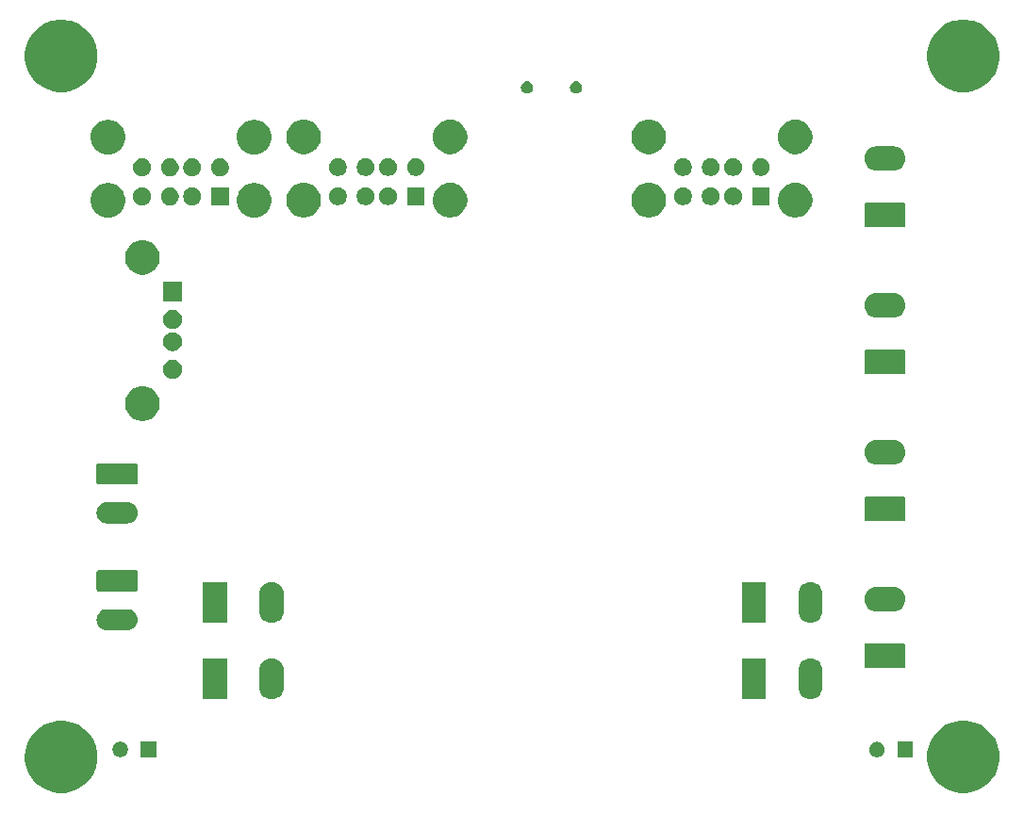
<source format=gbr>
G04 #@! TF.GenerationSoftware,KiCad,Pcbnew,(5.1.4)-1*
G04 #@! TF.CreationDate,2020-03-23T00:06:25+01:00*
G04 #@! TF.ProjectId,hub_usb_dispatch,6875625f-7573-4625-9f64-697370617463,rev?*
G04 #@! TF.SameCoordinates,Original*
G04 #@! TF.FileFunction,Soldermask,Bot*
G04 #@! TF.FilePolarity,Negative*
%FSLAX46Y46*%
G04 Gerber Fmt 4.6, Leading zero omitted, Abs format (unit mm)*
G04 Created by KiCad (PCBNEW (5.1.4)-1) date 2020-03-23 00:06:25*
%MOMM*%
%LPD*%
G04 APERTURE LIST*
%ADD10C,0.100000*%
G04 APERTURE END LIST*
D10*
G36*
X135134239Y-113311467D02*
G01*
X135448282Y-113373934D01*
X136039926Y-113619001D01*
X136572392Y-113974784D01*
X137025216Y-114427608D01*
X137380999Y-114960074D01*
X137626066Y-115551718D01*
X137626066Y-115551719D01*
X137745098Y-116150130D01*
X137751000Y-116179804D01*
X137751000Y-116820196D01*
X137626066Y-117448282D01*
X137380999Y-118039926D01*
X137025216Y-118572392D01*
X136572392Y-119025216D01*
X136039926Y-119380999D01*
X135448282Y-119626066D01*
X135134239Y-119688533D01*
X134820197Y-119751000D01*
X134179803Y-119751000D01*
X133865761Y-119688533D01*
X133551718Y-119626066D01*
X132960074Y-119380999D01*
X132427608Y-119025216D01*
X131974784Y-118572392D01*
X131619001Y-118039926D01*
X131373934Y-117448282D01*
X131249000Y-116820196D01*
X131249000Y-116179804D01*
X131254903Y-116150130D01*
X131373934Y-115551719D01*
X131373934Y-115551718D01*
X131619001Y-114960074D01*
X131974784Y-114427608D01*
X132427608Y-113974784D01*
X132960074Y-113619001D01*
X133551718Y-113373934D01*
X133865761Y-113311467D01*
X134179803Y-113249000D01*
X134820197Y-113249000D01*
X135134239Y-113311467D01*
X135134239Y-113311467D01*
G37*
G36*
X54134239Y-113311467D02*
G01*
X54448282Y-113373934D01*
X55039926Y-113619001D01*
X55572392Y-113974784D01*
X56025216Y-114427608D01*
X56380999Y-114960074D01*
X56626066Y-115551718D01*
X56626066Y-115551719D01*
X56745098Y-116150130D01*
X56751000Y-116179804D01*
X56751000Y-116820196D01*
X56626066Y-117448282D01*
X56380999Y-118039926D01*
X56025216Y-118572392D01*
X55572392Y-119025216D01*
X55039926Y-119380999D01*
X54448282Y-119626066D01*
X54134239Y-119688533D01*
X53820197Y-119751000D01*
X53179803Y-119751000D01*
X52865761Y-119688533D01*
X52551718Y-119626066D01*
X51960074Y-119380999D01*
X51427608Y-119025216D01*
X50974784Y-118572392D01*
X50619001Y-118039926D01*
X50373934Y-117448282D01*
X50249000Y-116820196D01*
X50249000Y-116179804D01*
X50254903Y-116150130D01*
X50373934Y-115551719D01*
X50373934Y-115551718D01*
X50619001Y-114960074D01*
X50974784Y-114427608D01*
X51427608Y-113974784D01*
X51960074Y-113619001D01*
X52551718Y-113373934D01*
X52865761Y-113311467D01*
X53179803Y-113249000D01*
X53820197Y-113249000D01*
X54134239Y-113311467D01*
X54134239Y-113311467D01*
G37*
G36*
X59001825Y-115161958D02*
G01*
X59001827Y-115161959D01*
X59001828Y-115161959D01*
X59064477Y-115187909D01*
X59127130Y-115213861D01*
X59239386Y-115288868D01*
X59239893Y-115289207D01*
X59335793Y-115385107D01*
X59335795Y-115385110D01*
X59411139Y-115497870D01*
X59463042Y-115623175D01*
X59489500Y-115756187D01*
X59489500Y-115891813D01*
X59463042Y-116024825D01*
X59411139Y-116150130D01*
X59391311Y-116179804D01*
X59335793Y-116262893D01*
X59239893Y-116358793D01*
X59239890Y-116358795D01*
X59127130Y-116434139D01*
X59064478Y-116460090D01*
X59001828Y-116486041D01*
X59001827Y-116486041D01*
X59001825Y-116486042D01*
X58868813Y-116512500D01*
X58733187Y-116512500D01*
X58600175Y-116486042D01*
X58600173Y-116486041D01*
X58600172Y-116486041D01*
X58537522Y-116460090D01*
X58474870Y-116434139D01*
X58362110Y-116358795D01*
X58362107Y-116358793D01*
X58266207Y-116262893D01*
X58210689Y-116179804D01*
X58190861Y-116150130D01*
X58138958Y-116024825D01*
X58112500Y-115891813D01*
X58112500Y-115756187D01*
X58138958Y-115623175D01*
X58190861Y-115497870D01*
X58266205Y-115385110D01*
X58266207Y-115385107D01*
X58362107Y-115289207D01*
X58362614Y-115288868D01*
X58474870Y-115213861D01*
X58537523Y-115187909D01*
X58600172Y-115161959D01*
X58600173Y-115161959D01*
X58600175Y-115161958D01*
X58733187Y-115135500D01*
X58868813Y-115135500D01*
X59001825Y-115161958D01*
X59001825Y-115161958D01*
G37*
G36*
X62029500Y-116512500D02*
G01*
X60652500Y-116512500D01*
X60652500Y-115135500D01*
X62029500Y-115135500D01*
X62029500Y-116512500D01*
X62029500Y-116512500D01*
G37*
G36*
X126946825Y-115161958D02*
G01*
X126946827Y-115161959D01*
X126946828Y-115161959D01*
X127009477Y-115187909D01*
X127072130Y-115213861D01*
X127184386Y-115288868D01*
X127184893Y-115289207D01*
X127280793Y-115385107D01*
X127280795Y-115385110D01*
X127356139Y-115497870D01*
X127408042Y-115623175D01*
X127434500Y-115756187D01*
X127434500Y-115891813D01*
X127408042Y-116024825D01*
X127356139Y-116150130D01*
X127336311Y-116179804D01*
X127280793Y-116262893D01*
X127184893Y-116358793D01*
X127184890Y-116358795D01*
X127072130Y-116434139D01*
X127009478Y-116460090D01*
X126946828Y-116486041D01*
X126946827Y-116486041D01*
X126946825Y-116486042D01*
X126813813Y-116512500D01*
X126678187Y-116512500D01*
X126545175Y-116486042D01*
X126545173Y-116486041D01*
X126545172Y-116486041D01*
X126482522Y-116460090D01*
X126419870Y-116434139D01*
X126307110Y-116358795D01*
X126307107Y-116358793D01*
X126211207Y-116262893D01*
X126155689Y-116179804D01*
X126135861Y-116150130D01*
X126083958Y-116024825D01*
X126057500Y-115891813D01*
X126057500Y-115756187D01*
X126083958Y-115623175D01*
X126135861Y-115497870D01*
X126211205Y-115385110D01*
X126211207Y-115385107D01*
X126307107Y-115289207D01*
X126307614Y-115288868D01*
X126419870Y-115213861D01*
X126482523Y-115187909D01*
X126545172Y-115161959D01*
X126545173Y-115161959D01*
X126545175Y-115161958D01*
X126678187Y-115135500D01*
X126813813Y-115135500D01*
X126946825Y-115161958D01*
X126946825Y-115161958D01*
G37*
G36*
X129974500Y-116512500D02*
G01*
X128597500Y-116512500D01*
X128597500Y-115135500D01*
X129974500Y-115135500D01*
X129974500Y-116512500D01*
X129974500Y-116512500D01*
G37*
G36*
X72603870Y-107638786D02*
G01*
X72714779Y-107672430D01*
X72805053Y-107699814D01*
X72809529Y-107701172D01*
X72966165Y-107784896D01*
X72999059Y-107802478D01*
X73165186Y-107938814D01*
X73301522Y-108104941D01*
X73301525Y-108104945D01*
X73402828Y-108294470D01*
X73465214Y-108500129D01*
X73481000Y-108660409D01*
X73481000Y-110287591D01*
X73465214Y-110447871D01*
X73402828Y-110653530D01*
X73301525Y-110843055D01*
X73301523Y-110843058D01*
X73301522Y-110843059D01*
X73165186Y-111009186D01*
X73037583Y-111113906D01*
X72999055Y-111145525D01*
X72809530Y-111246828D01*
X72809527Y-111246829D01*
X72798058Y-111250308D01*
X72603871Y-111309214D01*
X72390000Y-111330278D01*
X72176130Y-111309214D01*
X71981943Y-111250308D01*
X71970474Y-111246829D01*
X71970471Y-111246828D01*
X71780946Y-111145525D01*
X71742418Y-111113906D01*
X71614815Y-111009186D01*
X71478479Y-110843059D01*
X71478478Y-110843058D01*
X71478476Y-110843055D01*
X71377171Y-110653527D01*
X71314786Y-110447874D01*
X71299000Y-110287591D01*
X71299000Y-108660410D01*
X71314786Y-108500130D01*
X71377172Y-108294471D01*
X71478477Y-108104943D01*
X71478478Y-108104941D01*
X71614814Y-107938814D01*
X71780941Y-107802478D01*
X71780942Y-107802477D01*
X71780945Y-107802475D01*
X71970470Y-107701172D01*
X71974947Y-107699814D01*
X72065220Y-107672430D01*
X72176129Y-107638786D01*
X72390000Y-107617722D01*
X72603870Y-107638786D01*
X72603870Y-107638786D01*
G37*
G36*
X120990870Y-107638786D02*
G01*
X121101779Y-107672430D01*
X121192053Y-107699814D01*
X121196529Y-107701172D01*
X121353165Y-107784896D01*
X121386059Y-107802478D01*
X121552186Y-107938814D01*
X121688522Y-108104941D01*
X121688525Y-108104945D01*
X121789828Y-108294470D01*
X121852214Y-108500129D01*
X121868000Y-108660409D01*
X121868000Y-110287591D01*
X121852214Y-110447871D01*
X121789828Y-110653530D01*
X121688525Y-110843055D01*
X121688523Y-110843058D01*
X121688522Y-110843059D01*
X121552186Y-111009186D01*
X121424583Y-111113906D01*
X121386055Y-111145525D01*
X121196530Y-111246828D01*
X121196527Y-111246829D01*
X121185058Y-111250308D01*
X120990871Y-111309214D01*
X120777000Y-111330278D01*
X120563130Y-111309214D01*
X120368943Y-111250308D01*
X120357474Y-111246829D01*
X120357471Y-111246828D01*
X120167946Y-111145525D01*
X120129418Y-111113906D01*
X120001815Y-111009186D01*
X119865479Y-110843059D01*
X119865478Y-110843058D01*
X119865476Y-110843055D01*
X119764171Y-110653527D01*
X119701786Y-110447874D01*
X119686000Y-110287591D01*
X119686000Y-108660410D01*
X119701786Y-108500130D01*
X119764172Y-108294471D01*
X119865477Y-108104943D01*
X119865478Y-108104941D01*
X120001814Y-107938814D01*
X120167941Y-107802478D01*
X120167942Y-107802477D01*
X120167945Y-107802475D01*
X120357470Y-107701172D01*
X120361947Y-107699814D01*
X120452220Y-107672430D01*
X120563129Y-107638786D01*
X120777000Y-107617722D01*
X120990870Y-107638786D01*
X120990870Y-107638786D01*
G37*
G36*
X68266217Y-107626808D02*
G01*
X68297489Y-107636294D01*
X68326308Y-107651698D01*
X68351570Y-107672430D01*
X68372302Y-107697692D01*
X68387706Y-107726511D01*
X68397192Y-107757783D01*
X68401000Y-107796448D01*
X68401000Y-111151552D01*
X68397192Y-111190217D01*
X68387706Y-111221489D01*
X68372302Y-111250308D01*
X68351570Y-111275570D01*
X68326308Y-111296302D01*
X68297489Y-111311706D01*
X68266217Y-111321192D01*
X68227552Y-111325000D01*
X66392448Y-111325000D01*
X66353783Y-111321192D01*
X66322511Y-111311706D01*
X66293692Y-111296302D01*
X66268430Y-111275570D01*
X66247698Y-111250308D01*
X66232294Y-111221489D01*
X66222808Y-111190217D01*
X66219000Y-111151552D01*
X66219000Y-107796448D01*
X66222808Y-107757783D01*
X66232294Y-107726511D01*
X66247698Y-107697692D01*
X66268430Y-107672430D01*
X66293692Y-107651698D01*
X66322511Y-107636294D01*
X66353783Y-107626808D01*
X66392448Y-107623000D01*
X68227552Y-107623000D01*
X68266217Y-107626808D01*
X68266217Y-107626808D01*
G37*
G36*
X116653217Y-107626808D02*
G01*
X116684489Y-107636294D01*
X116713308Y-107651698D01*
X116738570Y-107672430D01*
X116759302Y-107697692D01*
X116774706Y-107726511D01*
X116784192Y-107757783D01*
X116788000Y-107796448D01*
X116788000Y-111151552D01*
X116784192Y-111190217D01*
X116774706Y-111221489D01*
X116759302Y-111250308D01*
X116738570Y-111275570D01*
X116713308Y-111296302D01*
X116684489Y-111311706D01*
X116653217Y-111321192D01*
X116614552Y-111325000D01*
X114779448Y-111325000D01*
X114740783Y-111321192D01*
X114709511Y-111311706D01*
X114680692Y-111296302D01*
X114655430Y-111275570D01*
X114634698Y-111250308D01*
X114619294Y-111221489D01*
X114609808Y-111190217D01*
X114606000Y-111151552D01*
X114606000Y-107796448D01*
X114609808Y-107757783D01*
X114619294Y-107726511D01*
X114634698Y-107697692D01*
X114655430Y-107672430D01*
X114680692Y-107651698D01*
X114709511Y-107636294D01*
X114740783Y-107626808D01*
X114779448Y-107623000D01*
X116614552Y-107623000D01*
X116653217Y-107626808D01*
X116653217Y-107626808D01*
G37*
G36*
X129179717Y-106312808D02*
G01*
X129210989Y-106322294D01*
X129239808Y-106337698D01*
X129265070Y-106358430D01*
X129285802Y-106383692D01*
X129301206Y-106412511D01*
X129310692Y-106443783D01*
X129314500Y-106482448D01*
X129314500Y-108317552D01*
X129310692Y-108356217D01*
X129301206Y-108387489D01*
X129285802Y-108416308D01*
X129265070Y-108441570D01*
X129239808Y-108462302D01*
X129210989Y-108477706D01*
X129179717Y-108487192D01*
X129141052Y-108491000D01*
X125785948Y-108491000D01*
X125747283Y-108487192D01*
X125716011Y-108477706D01*
X125687192Y-108462302D01*
X125661930Y-108441570D01*
X125641198Y-108416308D01*
X125625794Y-108387489D01*
X125616308Y-108356217D01*
X125612500Y-108317552D01*
X125612500Y-106482448D01*
X125616308Y-106443783D01*
X125625794Y-106412511D01*
X125641198Y-106383692D01*
X125661930Y-106358430D01*
X125687192Y-106337698D01*
X125716011Y-106322294D01*
X125747283Y-106312808D01*
X125785948Y-106309000D01*
X129141052Y-106309000D01*
X129179717Y-106312808D01*
X129179717Y-106312808D01*
G37*
G36*
X59613425Y-103229760D02*
G01*
X59613428Y-103229761D01*
X59613429Y-103229761D01*
X59792693Y-103284140D01*
X59792696Y-103284142D01*
X59792697Y-103284142D01*
X59957903Y-103372446D01*
X60102712Y-103491288D01*
X60221554Y-103636097D01*
X60306771Y-103795527D01*
X60309860Y-103801307D01*
X60364239Y-103980571D01*
X60364240Y-103980575D01*
X60382601Y-104167000D01*
X60364240Y-104353425D01*
X60364239Y-104353428D01*
X60364239Y-104353429D01*
X60309860Y-104532693D01*
X60309858Y-104532696D01*
X60309858Y-104532697D01*
X60221554Y-104697903D01*
X60102712Y-104842712D01*
X59957903Y-104961554D01*
X59792697Y-105049858D01*
X59792693Y-105049860D01*
X59613429Y-105104239D01*
X59613428Y-105104239D01*
X59613425Y-105104240D01*
X59473718Y-105118000D01*
X57580282Y-105118000D01*
X57440575Y-105104240D01*
X57440572Y-105104239D01*
X57440571Y-105104239D01*
X57261307Y-105049860D01*
X57261303Y-105049858D01*
X57096097Y-104961554D01*
X56951288Y-104842712D01*
X56832446Y-104697903D01*
X56744142Y-104532697D01*
X56744142Y-104532696D01*
X56744140Y-104532693D01*
X56689761Y-104353429D01*
X56689761Y-104353428D01*
X56689760Y-104353425D01*
X56671399Y-104167000D01*
X56689760Y-103980575D01*
X56689761Y-103980571D01*
X56744140Y-103801307D01*
X56747229Y-103795527D01*
X56832446Y-103636097D01*
X56951288Y-103491288D01*
X57096097Y-103372446D01*
X57261303Y-103284142D01*
X57261304Y-103284142D01*
X57261307Y-103284140D01*
X57440571Y-103229761D01*
X57440572Y-103229761D01*
X57440575Y-103229760D01*
X57580282Y-103216000D01*
X59473718Y-103216000D01*
X59613425Y-103229760D01*
X59613425Y-103229760D01*
G37*
G36*
X72603870Y-100780786D02*
G01*
X72714779Y-100814430D01*
X72805053Y-100841814D01*
X72809529Y-100843172D01*
X72966165Y-100926896D01*
X72999059Y-100944478D01*
X73165186Y-101080814D01*
X73286798Y-101229000D01*
X73301525Y-101246945D01*
X73402828Y-101436470D01*
X73465214Y-101642129D01*
X73481000Y-101802409D01*
X73481000Y-103429591D01*
X73465214Y-103589871D01*
X73402828Y-103795530D01*
X73301525Y-103985055D01*
X73301523Y-103985058D01*
X73301522Y-103985059D01*
X73165186Y-104151186D01*
X73037583Y-104255906D01*
X72999055Y-104287525D01*
X72809530Y-104388828D01*
X72809527Y-104388829D01*
X72798058Y-104392308D01*
X72603871Y-104451214D01*
X72390000Y-104472278D01*
X72176130Y-104451214D01*
X71981943Y-104392308D01*
X71970474Y-104388829D01*
X71970471Y-104388828D01*
X71780946Y-104287525D01*
X71742418Y-104255906D01*
X71614815Y-104151186D01*
X71478479Y-103985059D01*
X71478478Y-103985058D01*
X71478476Y-103985055D01*
X71377171Y-103795527D01*
X71314786Y-103589874D01*
X71299000Y-103429591D01*
X71299000Y-101802410D01*
X71314786Y-101642130D01*
X71377172Y-101436471D01*
X71478477Y-101246943D01*
X71478478Y-101246941D01*
X71614814Y-101080814D01*
X71780941Y-100944478D01*
X71780942Y-100944477D01*
X71780945Y-100944475D01*
X71970470Y-100843172D01*
X71974947Y-100841814D01*
X72065220Y-100814430D01*
X72176129Y-100780786D01*
X72390000Y-100759722D01*
X72603870Y-100780786D01*
X72603870Y-100780786D01*
G37*
G36*
X120990870Y-100780786D02*
G01*
X121101779Y-100814430D01*
X121192053Y-100841814D01*
X121196529Y-100843172D01*
X121353165Y-100926896D01*
X121386059Y-100944478D01*
X121552186Y-101080814D01*
X121673798Y-101229000D01*
X121688525Y-101246945D01*
X121789828Y-101436470D01*
X121852214Y-101642129D01*
X121868000Y-101802409D01*
X121868000Y-103429591D01*
X121852214Y-103589871D01*
X121789828Y-103795530D01*
X121688525Y-103985055D01*
X121688523Y-103985058D01*
X121688522Y-103985059D01*
X121552186Y-104151186D01*
X121424583Y-104255906D01*
X121386055Y-104287525D01*
X121196530Y-104388828D01*
X121196527Y-104388829D01*
X121185058Y-104392308D01*
X120990871Y-104451214D01*
X120777000Y-104472278D01*
X120563130Y-104451214D01*
X120368943Y-104392308D01*
X120357474Y-104388829D01*
X120357471Y-104388828D01*
X120167946Y-104287525D01*
X120129418Y-104255906D01*
X120001815Y-104151186D01*
X119865479Y-103985059D01*
X119865478Y-103985058D01*
X119865476Y-103985055D01*
X119764171Y-103795527D01*
X119701786Y-103589874D01*
X119686000Y-103429591D01*
X119686000Y-101802410D01*
X119701786Y-101642130D01*
X119764172Y-101436471D01*
X119865477Y-101246943D01*
X119865478Y-101246941D01*
X120001814Y-101080814D01*
X120167941Y-100944478D01*
X120167942Y-100944477D01*
X120167945Y-100944475D01*
X120357470Y-100843172D01*
X120361947Y-100841814D01*
X120452220Y-100814430D01*
X120563129Y-100780786D01*
X120777000Y-100759722D01*
X120990870Y-100780786D01*
X120990870Y-100780786D01*
G37*
G36*
X68266217Y-100768808D02*
G01*
X68297489Y-100778294D01*
X68326308Y-100793698D01*
X68351570Y-100814430D01*
X68372302Y-100839692D01*
X68387706Y-100868511D01*
X68397192Y-100899783D01*
X68401000Y-100938448D01*
X68401000Y-104293552D01*
X68397192Y-104332217D01*
X68387706Y-104363489D01*
X68372302Y-104392308D01*
X68351570Y-104417570D01*
X68326308Y-104438302D01*
X68297489Y-104453706D01*
X68266217Y-104463192D01*
X68227552Y-104467000D01*
X66392448Y-104467000D01*
X66353783Y-104463192D01*
X66322511Y-104453706D01*
X66293692Y-104438302D01*
X66268430Y-104417570D01*
X66247698Y-104392308D01*
X66232294Y-104363489D01*
X66222808Y-104332217D01*
X66219000Y-104293552D01*
X66219000Y-100938448D01*
X66222808Y-100899783D01*
X66232294Y-100868511D01*
X66247698Y-100839692D01*
X66268430Y-100814430D01*
X66293692Y-100793698D01*
X66322511Y-100778294D01*
X66353783Y-100768808D01*
X66392448Y-100765000D01*
X68227552Y-100765000D01*
X68266217Y-100768808D01*
X68266217Y-100768808D01*
G37*
G36*
X116653217Y-100768808D02*
G01*
X116684489Y-100778294D01*
X116713308Y-100793698D01*
X116738570Y-100814430D01*
X116759302Y-100839692D01*
X116774706Y-100868511D01*
X116784192Y-100899783D01*
X116788000Y-100938448D01*
X116788000Y-104293552D01*
X116784192Y-104332217D01*
X116774706Y-104363489D01*
X116759302Y-104392308D01*
X116738570Y-104417570D01*
X116713308Y-104438302D01*
X116684489Y-104453706D01*
X116653217Y-104463192D01*
X116614552Y-104467000D01*
X114779448Y-104467000D01*
X114740783Y-104463192D01*
X114709511Y-104453706D01*
X114680692Y-104438302D01*
X114655430Y-104417570D01*
X114634698Y-104392308D01*
X114619294Y-104363489D01*
X114609808Y-104332217D01*
X114606000Y-104293552D01*
X114606000Y-100938448D01*
X114609808Y-100899783D01*
X114619294Y-100868511D01*
X114634698Y-100839692D01*
X114655430Y-100814430D01*
X114680692Y-100793698D01*
X114709511Y-100778294D01*
X114740783Y-100768808D01*
X114779448Y-100765000D01*
X116614552Y-100765000D01*
X116653217Y-100768808D01*
X116653217Y-100768808D01*
G37*
G36*
X128437371Y-101244786D02*
G01*
X128643030Y-101307172D01*
X128832555Y-101408475D01*
X128832558Y-101408477D01*
X128832559Y-101408478D01*
X128998686Y-101544814D01*
X129135022Y-101710941D01*
X129135025Y-101710945D01*
X129236328Y-101900470D01*
X129298714Y-102106129D01*
X129319778Y-102320000D01*
X129298714Y-102533871D01*
X129236328Y-102739530D01*
X129135025Y-102929055D01*
X129135023Y-102929058D01*
X129135022Y-102929059D01*
X128998686Y-103095186D01*
X128832559Y-103231522D01*
X128832555Y-103231525D01*
X128643030Y-103332828D01*
X128437371Y-103395214D01*
X128277091Y-103411000D01*
X126649909Y-103411000D01*
X126489629Y-103395214D01*
X126283970Y-103332828D01*
X126094445Y-103231525D01*
X126094441Y-103231522D01*
X125928314Y-103095186D01*
X125791978Y-102929059D01*
X125791977Y-102929058D01*
X125791975Y-102929055D01*
X125690672Y-102739530D01*
X125628286Y-102533871D01*
X125607222Y-102320000D01*
X125628286Y-102106129D01*
X125690672Y-101900470D01*
X125791975Y-101710945D01*
X125791978Y-101710941D01*
X125928314Y-101544814D01*
X126094441Y-101408478D01*
X126094442Y-101408477D01*
X126094445Y-101408475D01*
X126283970Y-101307172D01*
X126489629Y-101244786D01*
X126649909Y-101229000D01*
X128277091Y-101229000D01*
X128437371Y-101244786D01*
X128437371Y-101244786D01*
G37*
G36*
X60237915Y-99719934D02*
G01*
X60270424Y-99729795D01*
X60300382Y-99745809D01*
X60326641Y-99767359D01*
X60348191Y-99793618D01*
X60364205Y-99823576D01*
X60374066Y-99856085D01*
X60378000Y-99896029D01*
X60378000Y-101437971D01*
X60374066Y-101477915D01*
X60364205Y-101510424D01*
X60348191Y-101540382D01*
X60326641Y-101566641D01*
X60300382Y-101588191D01*
X60270424Y-101604205D01*
X60237915Y-101614066D01*
X60197971Y-101618000D01*
X56856029Y-101618000D01*
X56816085Y-101614066D01*
X56783576Y-101604205D01*
X56753618Y-101588191D01*
X56727359Y-101566641D01*
X56705809Y-101540382D01*
X56689795Y-101510424D01*
X56679934Y-101477915D01*
X56676000Y-101437971D01*
X56676000Y-99896029D01*
X56679934Y-99856085D01*
X56689795Y-99823576D01*
X56705809Y-99793618D01*
X56727359Y-99767359D01*
X56753618Y-99745809D01*
X56783576Y-99729795D01*
X56816085Y-99719934D01*
X56856029Y-99716000D01*
X60197971Y-99716000D01*
X60237915Y-99719934D01*
X60237915Y-99719934D01*
G37*
G36*
X59613425Y-93629760D02*
G01*
X59613428Y-93629761D01*
X59613429Y-93629761D01*
X59792693Y-93684140D01*
X59792696Y-93684142D01*
X59792697Y-93684142D01*
X59957903Y-93772446D01*
X60102712Y-93891288D01*
X60221554Y-94036097D01*
X60309858Y-94201303D01*
X60309860Y-94201307D01*
X60364239Y-94380571D01*
X60364240Y-94380575D01*
X60382601Y-94567000D01*
X60364240Y-94753425D01*
X60364239Y-94753428D01*
X60364239Y-94753429D01*
X60309860Y-94932693D01*
X60309858Y-94932696D01*
X60309858Y-94932697D01*
X60221554Y-95097903D01*
X60102712Y-95242712D01*
X59957903Y-95361554D01*
X59792697Y-95449858D01*
X59792693Y-95449860D01*
X59613429Y-95504239D01*
X59613428Y-95504239D01*
X59613425Y-95504240D01*
X59473718Y-95518000D01*
X57580282Y-95518000D01*
X57440575Y-95504240D01*
X57440572Y-95504239D01*
X57440571Y-95504239D01*
X57261307Y-95449860D01*
X57261303Y-95449858D01*
X57096097Y-95361554D01*
X56951288Y-95242712D01*
X56832446Y-95097903D01*
X56744142Y-94932697D01*
X56744142Y-94932696D01*
X56744140Y-94932693D01*
X56689761Y-94753429D01*
X56689761Y-94753428D01*
X56689760Y-94753425D01*
X56671399Y-94567000D01*
X56689760Y-94380575D01*
X56689761Y-94380571D01*
X56744140Y-94201307D01*
X56744142Y-94201303D01*
X56832446Y-94036097D01*
X56951288Y-93891288D01*
X57096097Y-93772446D01*
X57261303Y-93684142D01*
X57261304Y-93684142D01*
X57261307Y-93684140D01*
X57440571Y-93629761D01*
X57440572Y-93629761D01*
X57440575Y-93629760D01*
X57580282Y-93616000D01*
X59473718Y-93616000D01*
X59613425Y-93629760D01*
X59613425Y-93629760D01*
G37*
G36*
X129179717Y-93112808D02*
G01*
X129210989Y-93122294D01*
X129239808Y-93137698D01*
X129265070Y-93158430D01*
X129285802Y-93183692D01*
X129301206Y-93212511D01*
X129310692Y-93243783D01*
X129314500Y-93282448D01*
X129314500Y-95117552D01*
X129310692Y-95156217D01*
X129301206Y-95187489D01*
X129285802Y-95216308D01*
X129265070Y-95241570D01*
X129239808Y-95262302D01*
X129210989Y-95277706D01*
X129179717Y-95287192D01*
X129141052Y-95291000D01*
X125785948Y-95291000D01*
X125747283Y-95287192D01*
X125716011Y-95277706D01*
X125687192Y-95262302D01*
X125661930Y-95241570D01*
X125641198Y-95216308D01*
X125625794Y-95187489D01*
X125616308Y-95156217D01*
X125612500Y-95117552D01*
X125612500Y-93282448D01*
X125616308Y-93243783D01*
X125625794Y-93212511D01*
X125641198Y-93183692D01*
X125661930Y-93158430D01*
X125687192Y-93137698D01*
X125716011Y-93122294D01*
X125747283Y-93112808D01*
X125785948Y-93109000D01*
X129141052Y-93109000D01*
X129179717Y-93112808D01*
X129179717Y-93112808D01*
G37*
G36*
X60237915Y-90119934D02*
G01*
X60270424Y-90129795D01*
X60300382Y-90145809D01*
X60326641Y-90167359D01*
X60348191Y-90193618D01*
X60364205Y-90223576D01*
X60374066Y-90256085D01*
X60378000Y-90296029D01*
X60378000Y-91837971D01*
X60374066Y-91877915D01*
X60364205Y-91910424D01*
X60348191Y-91940382D01*
X60326641Y-91966641D01*
X60300382Y-91988191D01*
X60270424Y-92004205D01*
X60237915Y-92014066D01*
X60197971Y-92018000D01*
X56856029Y-92018000D01*
X56816085Y-92014066D01*
X56783576Y-92004205D01*
X56753618Y-91988191D01*
X56727359Y-91966641D01*
X56705809Y-91940382D01*
X56689795Y-91910424D01*
X56679934Y-91877915D01*
X56676000Y-91837971D01*
X56676000Y-90296029D01*
X56679934Y-90256085D01*
X56689795Y-90223576D01*
X56705809Y-90193618D01*
X56727359Y-90167359D01*
X56753618Y-90145809D01*
X56783576Y-90129795D01*
X56816085Y-90119934D01*
X56856029Y-90116000D01*
X60197971Y-90116000D01*
X60237915Y-90119934D01*
X60237915Y-90119934D01*
G37*
G36*
X128437371Y-88044786D02*
G01*
X128643030Y-88107172D01*
X128832555Y-88208475D01*
X128832558Y-88208477D01*
X128832559Y-88208478D01*
X128998686Y-88344814D01*
X129135022Y-88510941D01*
X129135025Y-88510945D01*
X129236328Y-88700470D01*
X129298714Y-88906129D01*
X129319778Y-89120000D01*
X129298714Y-89333871D01*
X129236328Y-89539530D01*
X129135025Y-89729055D01*
X129135023Y-89729058D01*
X129135022Y-89729059D01*
X128998686Y-89895186D01*
X128832559Y-90031522D01*
X128832555Y-90031525D01*
X128643030Y-90132828D01*
X128643027Y-90132829D01*
X128604745Y-90144442D01*
X128437371Y-90195214D01*
X128277091Y-90211000D01*
X126649909Y-90211000D01*
X126489629Y-90195214D01*
X126322255Y-90144442D01*
X126283973Y-90132829D01*
X126283970Y-90132828D01*
X126094445Y-90031525D01*
X126094441Y-90031522D01*
X125928314Y-89895186D01*
X125791978Y-89729059D01*
X125791977Y-89729058D01*
X125791975Y-89729055D01*
X125690672Y-89539530D01*
X125628286Y-89333871D01*
X125607222Y-89120000D01*
X125628286Y-88906129D01*
X125690672Y-88700470D01*
X125791975Y-88510945D01*
X125791978Y-88510941D01*
X125928314Y-88344814D01*
X126094441Y-88208478D01*
X126094442Y-88208477D01*
X126094445Y-88208475D01*
X126283970Y-88107172D01*
X126489629Y-88044786D01*
X126649909Y-88029000D01*
X128277091Y-88029000D01*
X128437371Y-88044786D01*
X128437371Y-88044786D01*
G37*
G36*
X61092585Y-83224802D02*
G01*
X61242410Y-83254604D01*
X61524674Y-83371521D01*
X61778705Y-83541259D01*
X61994741Y-83757295D01*
X62164479Y-84011326D01*
X62281396Y-84293590D01*
X62341000Y-84593240D01*
X62341000Y-84898760D01*
X62281396Y-85198410D01*
X62164479Y-85480674D01*
X61994741Y-85734705D01*
X61778705Y-85950741D01*
X61524674Y-86120479D01*
X61242410Y-86237396D01*
X61092585Y-86267198D01*
X60942761Y-86297000D01*
X60637239Y-86297000D01*
X60487415Y-86267198D01*
X60337590Y-86237396D01*
X60055326Y-86120479D01*
X59801295Y-85950741D01*
X59585259Y-85734705D01*
X59415521Y-85480674D01*
X59298604Y-85198410D01*
X59239000Y-84898760D01*
X59239000Y-84593240D01*
X59298604Y-84293590D01*
X59415521Y-84011326D01*
X59585259Y-83757295D01*
X59801295Y-83541259D01*
X60055326Y-83371521D01*
X60337590Y-83254604D01*
X60487415Y-83224802D01*
X60637239Y-83195000D01*
X60942761Y-83195000D01*
X61092585Y-83224802D01*
X61092585Y-83224802D01*
G37*
G36*
X63748228Y-80857703D02*
G01*
X63903100Y-80921853D01*
X64042481Y-81014985D01*
X64161015Y-81133519D01*
X64254147Y-81272900D01*
X64318297Y-81427772D01*
X64351000Y-81592184D01*
X64351000Y-81759816D01*
X64318297Y-81924228D01*
X64254147Y-82079100D01*
X64161015Y-82218481D01*
X64042481Y-82337015D01*
X63903100Y-82430147D01*
X63748228Y-82494297D01*
X63583816Y-82527000D01*
X63416184Y-82527000D01*
X63251772Y-82494297D01*
X63096900Y-82430147D01*
X62957519Y-82337015D01*
X62838985Y-82218481D01*
X62745853Y-82079100D01*
X62681703Y-81924228D01*
X62649000Y-81759816D01*
X62649000Y-81592184D01*
X62681703Y-81427772D01*
X62745853Y-81272900D01*
X62838985Y-81133519D01*
X62957519Y-81014985D01*
X63096900Y-80921853D01*
X63251772Y-80857703D01*
X63416184Y-80825000D01*
X63583816Y-80825000D01*
X63748228Y-80857703D01*
X63748228Y-80857703D01*
G37*
G36*
X129179717Y-79912808D02*
G01*
X129210989Y-79922294D01*
X129239808Y-79937698D01*
X129265070Y-79958430D01*
X129285802Y-79983692D01*
X129301206Y-80012511D01*
X129310692Y-80043783D01*
X129314500Y-80082448D01*
X129314500Y-81917552D01*
X129310692Y-81956217D01*
X129301206Y-81987489D01*
X129285802Y-82016308D01*
X129265070Y-82041570D01*
X129239808Y-82062302D01*
X129210989Y-82077706D01*
X129179717Y-82087192D01*
X129141052Y-82091000D01*
X125785948Y-82091000D01*
X125747283Y-82087192D01*
X125716011Y-82077706D01*
X125687192Y-82062302D01*
X125661930Y-82041570D01*
X125641198Y-82016308D01*
X125625794Y-81987489D01*
X125616308Y-81956217D01*
X125612500Y-81917552D01*
X125612500Y-80082448D01*
X125616308Y-80043783D01*
X125625794Y-80012511D01*
X125641198Y-79983692D01*
X125661930Y-79958430D01*
X125687192Y-79937698D01*
X125716011Y-79922294D01*
X125747283Y-79912808D01*
X125785948Y-79909000D01*
X129141052Y-79909000D01*
X129179717Y-79912808D01*
X129179717Y-79912808D01*
G37*
G36*
X63748228Y-78357703D02*
G01*
X63903100Y-78421853D01*
X64042481Y-78514985D01*
X64161015Y-78633519D01*
X64254147Y-78772900D01*
X64318297Y-78927772D01*
X64351000Y-79092184D01*
X64351000Y-79259816D01*
X64318297Y-79424228D01*
X64254147Y-79579100D01*
X64161015Y-79718481D01*
X64042481Y-79837015D01*
X63903100Y-79930147D01*
X63748228Y-79994297D01*
X63583816Y-80027000D01*
X63416184Y-80027000D01*
X63251772Y-79994297D01*
X63096900Y-79930147D01*
X62957519Y-79837015D01*
X62838985Y-79718481D01*
X62745853Y-79579100D01*
X62681703Y-79424228D01*
X62649000Y-79259816D01*
X62649000Y-79092184D01*
X62681703Y-78927772D01*
X62745853Y-78772900D01*
X62838985Y-78633519D01*
X62957519Y-78514985D01*
X63096900Y-78421853D01*
X63251772Y-78357703D01*
X63416184Y-78325000D01*
X63583816Y-78325000D01*
X63748228Y-78357703D01*
X63748228Y-78357703D01*
G37*
G36*
X63748228Y-76357703D02*
G01*
X63903100Y-76421853D01*
X64042481Y-76514985D01*
X64161015Y-76633519D01*
X64254147Y-76772900D01*
X64318297Y-76927772D01*
X64351000Y-77092184D01*
X64351000Y-77259816D01*
X64318297Y-77424228D01*
X64254147Y-77579100D01*
X64161015Y-77718481D01*
X64042481Y-77837015D01*
X63903100Y-77930147D01*
X63748228Y-77994297D01*
X63583816Y-78027000D01*
X63416184Y-78027000D01*
X63251772Y-77994297D01*
X63096900Y-77930147D01*
X62957519Y-77837015D01*
X62838985Y-77718481D01*
X62745853Y-77579100D01*
X62681703Y-77424228D01*
X62649000Y-77259816D01*
X62649000Y-77092184D01*
X62681703Y-76927772D01*
X62745853Y-76772900D01*
X62838985Y-76633519D01*
X62957519Y-76514985D01*
X63096900Y-76421853D01*
X63251772Y-76357703D01*
X63416184Y-76325000D01*
X63583816Y-76325000D01*
X63748228Y-76357703D01*
X63748228Y-76357703D01*
G37*
G36*
X128437371Y-74844786D02*
G01*
X128643030Y-74907172D01*
X128832555Y-75008475D01*
X128832558Y-75008477D01*
X128832559Y-75008478D01*
X128998686Y-75144814D01*
X129135022Y-75310941D01*
X129135025Y-75310945D01*
X129236328Y-75500470D01*
X129298714Y-75706129D01*
X129319778Y-75920000D01*
X129298714Y-76133871D01*
X129236328Y-76339530D01*
X129135025Y-76529055D01*
X129135023Y-76529058D01*
X129135022Y-76529059D01*
X128998686Y-76695186D01*
X128832559Y-76831522D01*
X128832555Y-76831525D01*
X128643030Y-76932828D01*
X128437371Y-76995214D01*
X128277091Y-77011000D01*
X126649909Y-77011000D01*
X126489629Y-76995214D01*
X126283970Y-76932828D01*
X126094445Y-76831525D01*
X126094441Y-76831522D01*
X125928314Y-76695186D01*
X125791978Y-76529059D01*
X125791977Y-76529058D01*
X125791975Y-76529055D01*
X125690672Y-76339530D01*
X125628286Y-76133871D01*
X125607222Y-75920000D01*
X125628286Y-75706129D01*
X125690672Y-75500470D01*
X125791975Y-75310945D01*
X125791978Y-75310941D01*
X125928314Y-75144814D01*
X126094441Y-75008478D01*
X126094442Y-75008477D01*
X126094445Y-75008475D01*
X126283970Y-74907172D01*
X126489629Y-74844786D01*
X126649909Y-74829000D01*
X128277091Y-74829000D01*
X128437371Y-74844786D01*
X128437371Y-74844786D01*
G37*
G36*
X64351000Y-75527000D02*
G01*
X62649000Y-75527000D01*
X62649000Y-73825000D01*
X64351000Y-73825000D01*
X64351000Y-75527000D01*
X64351000Y-75527000D01*
G37*
G36*
X61092585Y-70084802D02*
G01*
X61242410Y-70114604D01*
X61524674Y-70231521D01*
X61778705Y-70401259D01*
X61994741Y-70617295D01*
X62164479Y-70871326D01*
X62281396Y-71153590D01*
X62341000Y-71453240D01*
X62341000Y-71758760D01*
X62281396Y-72058410D01*
X62164479Y-72340674D01*
X61994741Y-72594705D01*
X61778705Y-72810741D01*
X61524674Y-72980479D01*
X61242410Y-73097396D01*
X61092585Y-73127198D01*
X60942761Y-73157000D01*
X60637239Y-73157000D01*
X60487415Y-73127198D01*
X60337590Y-73097396D01*
X60055326Y-72980479D01*
X59801295Y-72810741D01*
X59585259Y-72594705D01*
X59415521Y-72340674D01*
X59298604Y-72058410D01*
X59239000Y-71758760D01*
X59239000Y-71453240D01*
X59298604Y-71153590D01*
X59415521Y-70871326D01*
X59585259Y-70617295D01*
X59801295Y-70401259D01*
X60055326Y-70231521D01*
X60337590Y-70114604D01*
X60487415Y-70084802D01*
X60637239Y-70055000D01*
X60942761Y-70055000D01*
X61092585Y-70084802D01*
X61092585Y-70084802D01*
G37*
G36*
X129179717Y-66712808D02*
G01*
X129210989Y-66722294D01*
X129239808Y-66737698D01*
X129265070Y-66758430D01*
X129285802Y-66783692D01*
X129301206Y-66812511D01*
X129310692Y-66843783D01*
X129314500Y-66882448D01*
X129314500Y-68717552D01*
X129310692Y-68756217D01*
X129301206Y-68787489D01*
X129285802Y-68816308D01*
X129265070Y-68841570D01*
X129239808Y-68862302D01*
X129210989Y-68877706D01*
X129179717Y-68887192D01*
X129141052Y-68891000D01*
X125785948Y-68891000D01*
X125747283Y-68887192D01*
X125716011Y-68877706D01*
X125687192Y-68862302D01*
X125661930Y-68841570D01*
X125641198Y-68816308D01*
X125625794Y-68787489D01*
X125616308Y-68756217D01*
X125612500Y-68717552D01*
X125612500Y-66882448D01*
X125616308Y-66843783D01*
X125625794Y-66812511D01*
X125641198Y-66783692D01*
X125661930Y-66758430D01*
X125687192Y-66737698D01*
X125716011Y-66722294D01*
X125747283Y-66712808D01*
X125785948Y-66709000D01*
X129141052Y-66709000D01*
X129179717Y-66712808D01*
X129179717Y-66712808D01*
G37*
G36*
X71127085Y-64957702D02*
G01*
X71276910Y-64987504D01*
X71559174Y-65104421D01*
X71813205Y-65274159D01*
X72029241Y-65490195D01*
X72198979Y-65744226D01*
X72261538Y-65895258D01*
X72315896Y-66026491D01*
X72370448Y-66300739D01*
X72375500Y-66326140D01*
X72375500Y-66631660D01*
X72315896Y-66931310D01*
X72198979Y-67213574D01*
X72029241Y-67467605D01*
X71813205Y-67683641D01*
X71559174Y-67853379D01*
X71276910Y-67970296D01*
X71127085Y-68000098D01*
X70977261Y-68029900D01*
X70671739Y-68029900D01*
X70521915Y-68000098D01*
X70372090Y-67970296D01*
X70089826Y-67853379D01*
X69835795Y-67683641D01*
X69619759Y-67467605D01*
X69450021Y-67213574D01*
X69333104Y-66931310D01*
X69273500Y-66631660D01*
X69273500Y-66326140D01*
X69278553Y-66300739D01*
X69333104Y-66026491D01*
X69387462Y-65895258D01*
X69450021Y-65744226D01*
X69619759Y-65490195D01*
X69835795Y-65274159D01*
X70089826Y-65104421D01*
X70372090Y-64987504D01*
X70521915Y-64957702D01*
X70671739Y-64927900D01*
X70977261Y-64927900D01*
X71127085Y-64957702D01*
X71127085Y-64957702D01*
G37*
G36*
X57987085Y-64957702D02*
G01*
X58136910Y-64987504D01*
X58419174Y-65104421D01*
X58673205Y-65274159D01*
X58889241Y-65490195D01*
X59058979Y-65744226D01*
X59121538Y-65895258D01*
X59175896Y-66026491D01*
X59230448Y-66300739D01*
X59235500Y-66326140D01*
X59235500Y-66631660D01*
X59175896Y-66931310D01*
X59058979Y-67213574D01*
X58889241Y-67467605D01*
X58673205Y-67683641D01*
X58419174Y-67853379D01*
X58136910Y-67970296D01*
X57987085Y-68000098D01*
X57837261Y-68029900D01*
X57531739Y-68029900D01*
X57381915Y-68000098D01*
X57232090Y-67970296D01*
X56949826Y-67853379D01*
X56695795Y-67683641D01*
X56479759Y-67467605D01*
X56310021Y-67213574D01*
X56193104Y-66931310D01*
X56133500Y-66631660D01*
X56133500Y-66326140D01*
X56138553Y-66300739D01*
X56193104Y-66026491D01*
X56247462Y-65895258D01*
X56310021Y-65744226D01*
X56479759Y-65490195D01*
X56695795Y-65274159D01*
X56949826Y-65104421D01*
X57232090Y-64987504D01*
X57381915Y-64957702D01*
X57531739Y-64927900D01*
X57837261Y-64927900D01*
X57987085Y-64957702D01*
X57987085Y-64957702D01*
G37*
G36*
X75554455Y-64927900D02*
G01*
X75726410Y-64962104D01*
X76008674Y-65079021D01*
X76262705Y-65248759D01*
X76478741Y-65464795D01*
X76648479Y-65718826D01*
X76765396Y-66001090D01*
X76775126Y-66050007D01*
X76825000Y-66300739D01*
X76825000Y-66606261D01*
X76801919Y-66722294D01*
X76765396Y-66905910D01*
X76648479Y-67188174D01*
X76478741Y-67442205D01*
X76262705Y-67658241D01*
X76008674Y-67827979D01*
X75726410Y-67944896D01*
X75598715Y-67970296D01*
X75426761Y-68004500D01*
X75121239Y-68004500D01*
X74949285Y-67970296D01*
X74821590Y-67944896D01*
X74539326Y-67827979D01*
X74285295Y-67658241D01*
X74069259Y-67442205D01*
X73899521Y-67188174D01*
X73782604Y-66905910D01*
X73746081Y-66722294D01*
X73723000Y-66606261D01*
X73723000Y-66300739D01*
X73772874Y-66050007D01*
X73782604Y-66001090D01*
X73899521Y-65718826D01*
X74069259Y-65464795D01*
X74285295Y-65248759D01*
X74539326Y-65079021D01*
X74821590Y-64962104D01*
X74993545Y-64927900D01*
X75121239Y-64902500D01*
X75426761Y-64902500D01*
X75554455Y-64927900D01*
X75554455Y-64927900D01*
G37*
G36*
X88694455Y-64927900D02*
G01*
X88866410Y-64962104D01*
X89148674Y-65079021D01*
X89402705Y-65248759D01*
X89618741Y-65464795D01*
X89788479Y-65718826D01*
X89905396Y-66001090D01*
X89915126Y-66050007D01*
X89965000Y-66300739D01*
X89965000Y-66606261D01*
X89941919Y-66722294D01*
X89905396Y-66905910D01*
X89788479Y-67188174D01*
X89618741Y-67442205D01*
X89402705Y-67658241D01*
X89148674Y-67827979D01*
X88866410Y-67944896D01*
X88738715Y-67970296D01*
X88566761Y-68004500D01*
X88261239Y-68004500D01*
X88089285Y-67970296D01*
X87961590Y-67944896D01*
X87679326Y-67827979D01*
X87425295Y-67658241D01*
X87209259Y-67442205D01*
X87039521Y-67188174D01*
X86922604Y-66905910D01*
X86886081Y-66722294D01*
X86863000Y-66606261D01*
X86863000Y-66300739D01*
X86912874Y-66050007D01*
X86922604Y-66001090D01*
X87039521Y-65718826D01*
X87209259Y-65464795D01*
X87425295Y-65248759D01*
X87679326Y-65079021D01*
X87961590Y-64962104D01*
X88133545Y-64927900D01*
X88261239Y-64902500D01*
X88566761Y-64902500D01*
X88694455Y-64927900D01*
X88694455Y-64927900D01*
G37*
G36*
X106542455Y-64927900D02*
G01*
X106714410Y-64962104D01*
X106996674Y-65079021D01*
X107250705Y-65248759D01*
X107466741Y-65464795D01*
X107636479Y-65718826D01*
X107753396Y-66001090D01*
X107763126Y-66050007D01*
X107813000Y-66300739D01*
X107813000Y-66606261D01*
X107789919Y-66722294D01*
X107753396Y-66905910D01*
X107636479Y-67188174D01*
X107466741Y-67442205D01*
X107250705Y-67658241D01*
X106996674Y-67827979D01*
X106714410Y-67944896D01*
X106586715Y-67970296D01*
X106414761Y-68004500D01*
X106109239Y-68004500D01*
X105937285Y-67970296D01*
X105809590Y-67944896D01*
X105527326Y-67827979D01*
X105273295Y-67658241D01*
X105057259Y-67442205D01*
X104887521Y-67188174D01*
X104770604Y-66905910D01*
X104734081Y-66722294D01*
X104711000Y-66606261D01*
X104711000Y-66300739D01*
X104760874Y-66050007D01*
X104770604Y-66001090D01*
X104887521Y-65718826D01*
X105057259Y-65464795D01*
X105273295Y-65248759D01*
X105527326Y-65079021D01*
X105809590Y-64962104D01*
X105981545Y-64927900D01*
X106109239Y-64902500D01*
X106414761Y-64902500D01*
X106542455Y-64927900D01*
X106542455Y-64927900D01*
G37*
G36*
X119682455Y-64927900D02*
G01*
X119854410Y-64962104D01*
X120136674Y-65079021D01*
X120390705Y-65248759D01*
X120606741Y-65464795D01*
X120776479Y-65718826D01*
X120893396Y-66001090D01*
X120903126Y-66050007D01*
X120953000Y-66300739D01*
X120953000Y-66606261D01*
X120929919Y-66722294D01*
X120893396Y-66905910D01*
X120776479Y-67188174D01*
X120606741Y-67442205D01*
X120390705Y-67658241D01*
X120136674Y-67827979D01*
X119854410Y-67944896D01*
X119726715Y-67970296D01*
X119554761Y-68004500D01*
X119249239Y-68004500D01*
X119077285Y-67970296D01*
X118949590Y-67944896D01*
X118667326Y-67827979D01*
X118413295Y-67658241D01*
X118197259Y-67442205D01*
X118027521Y-67188174D01*
X117910604Y-66905910D01*
X117874081Y-66722294D01*
X117851000Y-66606261D01*
X117851000Y-66300739D01*
X117900874Y-66050007D01*
X117910604Y-66001090D01*
X118027521Y-65718826D01*
X118197259Y-65464795D01*
X118413295Y-65248759D01*
X118667326Y-65079021D01*
X118949590Y-64962104D01*
X119121545Y-64927900D01*
X119249239Y-64902500D01*
X119554761Y-64902500D01*
X119682455Y-64927900D01*
X119682455Y-64927900D01*
G37*
G36*
X60988142Y-65358681D02*
G01*
X61133914Y-65419062D01*
X61133916Y-65419063D01*
X61265108Y-65506722D01*
X61376678Y-65618292D01*
X61460825Y-65744228D01*
X61464338Y-65749486D01*
X61524719Y-65895258D01*
X61555500Y-66050007D01*
X61555500Y-66207793D01*
X61524719Y-66362542D01*
X61474859Y-66482914D01*
X61464337Y-66508316D01*
X61376678Y-66639508D01*
X61265108Y-66751078D01*
X61133916Y-66838737D01*
X61133915Y-66838738D01*
X61133914Y-66838738D01*
X60988142Y-66899119D01*
X60833393Y-66929900D01*
X60675607Y-66929900D01*
X60520858Y-66899119D01*
X60375086Y-66838738D01*
X60375085Y-66838738D01*
X60375084Y-66838737D01*
X60243892Y-66751078D01*
X60132322Y-66639508D01*
X60044663Y-66508316D01*
X60034141Y-66482914D01*
X59984281Y-66362542D01*
X59953500Y-66207793D01*
X59953500Y-66050007D01*
X59984281Y-65895258D01*
X60044662Y-65749486D01*
X60048175Y-65744228D01*
X60132322Y-65618292D01*
X60243892Y-65506722D01*
X60375084Y-65419063D01*
X60375086Y-65419062D01*
X60520858Y-65358681D01*
X60675607Y-65327900D01*
X60833393Y-65327900D01*
X60988142Y-65358681D01*
X60988142Y-65358681D01*
G37*
G36*
X63488142Y-65358681D02*
G01*
X63633914Y-65419062D01*
X63633916Y-65419063D01*
X63765108Y-65506722D01*
X63876678Y-65618292D01*
X63960825Y-65744228D01*
X63964338Y-65749486D01*
X64024719Y-65895258D01*
X64055500Y-66050007D01*
X64055500Y-66207793D01*
X64024719Y-66362542D01*
X63974859Y-66482914D01*
X63964337Y-66508316D01*
X63876678Y-66639508D01*
X63765108Y-66751078D01*
X63633916Y-66838737D01*
X63633915Y-66838738D01*
X63633914Y-66838738D01*
X63488142Y-66899119D01*
X63333393Y-66929900D01*
X63175607Y-66929900D01*
X63020858Y-66899119D01*
X62875086Y-66838738D01*
X62875085Y-66838738D01*
X62875084Y-66838737D01*
X62743892Y-66751078D01*
X62632322Y-66639508D01*
X62544663Y-66508316D01*
X62534141Y-66482914D01*
X62484281Y-66362542D01*
X62453500Y-66207793D01*
X62453500Y-66050007D01*
X62484281Y-65895258D01*
X62544662Y-65749486D01*
X62548175Y-65744228D01*
X62632322Y-65618292D01*
X62743892Y-65506722D01*
X62875084Y-65419063D01*
X62875086Y-65419062D01*
X63020858Y-65358681D01*
X63175607Y-65327900D01*
X63333393Y-65327900D01*
X63488142Y-65358681D01*
X63488142Y-65358681D01*
G37*
G36*
X65488142Y-65358681D02*
G01*
X65633914Y-65419062D01*
X65633916Y-65419063D01*
X65765108Y-65506722D01*
X65876678Y-65618292D01*
X65960825Y-65744228D01*
X65964338Y-65749486D01*
X66024719Y-65895258D01*
X66055500Y-66050007D01*
X66055500Y-66207793D01*
X66024719Y-66362542D01*
X65974859Y-66482914D01*
X65964337Y-66508316D01*
X65876678Y-66639508D01*
X65765108Y-66751078D01*
X65633916Y-66838737D01*
X65633915Y-66838738D01*
X65633914Y-66838738D01*
X65488142Y-66899119D01*
X65333393Y-66929900D01*
X65175607Y-66929900D01*
X65020858Y-66899119D01*
X64875086Y-66838738D01*
X64875085Y-66838738D01*
X64875084Y-66838737D01*
X64743892Y-66751078D01*
X64632322Y-66639508D01*
X64544663Y-66508316D01*
X64534141Y-66482914D01*
X64484281Y-66362542D01*
X64453500Y-66207793D01*
X64453500Y-66050007D01*
X64484281Y-65895258D01*
X64544662Y-65749486D01*
X64548175Y-65744228D01*
X64632322Y-65618292D01*
X64743892Y-65506722D01*
X64875084Y-65419063D01*
X64875086Y-65419062D01*
X65020858Y-65358681D01*
X65175607Y-65327900D01*
X65333393Y-65327900D01*
X65488142Y-65358681D01*
X65488142Y-65358681D01*
G37*
G36*
X68555500Y-66929900D02*
G01*
X66953500Y-66929900D01*
X66953500Y-65327900D01*
X68555500Y-65327900D01*
X68555500Y-66929900D01*
X68555500Y-66929900D01*
G37*
G36*
X83077642Y-65333281D02*
G01*
X83223414Y-65393662D01*
X83223416Y-65393663D01*
X83354608Y-65481322D01*
X83466178Y-65592892D01*
X83550325Y-65718828D01*
X83553838Y-65724086D01*
X83614219Y-65869858D01*
X83645000Y-66024607D01*
X83645000Y-66182393D01*
X83614219Y-66337142D01*
X83553838Y-66482914D01*
X83553837Y-66482916D01*
X83466178Y-66614108D01*
X83354608Y-66725678D01*
X83223416Y-66813337D01*
X83223415Y-66813338D01*
X83223414Y-66813338D01*
X83077642Y-66873719D01*
X82922893Y-66904500D01*
X82765107Y-66904500D01*
X82610358Y-66873719D01*
X82464586Y-66813338D01*
X82464585Y-66813338D01*
X82464584Y-66813337D01*
X82333392Y-66725678D01*
X82221822Y-66614108D01*
X82134163Y-66482916D01*
X82134162Y-66482914D01*
X82073781Y-66337142D01*
X82043000Y-66182393D01*
X82043000Y-66024607D01*
X82073781Y-65869858D01*
X82134162Y-65724086D01*
X82137675Y-65718828D01*
X82221822Y-65592892D01*
X82333392Y-65481322D01*
X82464584Y-65393663D01*
X82464586Y-65393662D01*
X82610358Y-65333281D01*
X82765107Y-65302500D01*
X82922893Y-65302500D01*
X83077642Y-65333281D01*
X83077642Y-65333281D01*
G37*
G36*
X78577642Y-65333281D02*
G01*
X78723414Y-65393662D01*
X78723416Y-65393663D01*
X78854608Y-65481322D01*
X78966178Y-65592892D01*
X79050325Y-65718828D01*
X79053838Y-65724086D01*
X79114219Y-65869858D01*
X79145000Y-66024607D01*
X79145000Y-66182393D01*
X79114219Y-66337142D01*
X79053838Y-66482914D01*
X79053837Y-66482916D01*
X78966178Y-66614108D01*
X78854608Y-66725678D01*
X78723416Y-66813337D01*
X78723415Y-66813338D01*
X78723414Y-66813338D01*
X78577642Y-66873719D01*
X78422893Y-66904500D01*
X78265107Y-66904500D01*
X78110358Y-66873719D01*
X77964586Y-66813338D01*
X77964585Y-66813338D01*
X77964584Y-66813337D01*
X77833392Y-66725678D01*
X77721822Y-66614108D01*
X77634163Y-66482916D01*
X77634162Y-66482914D01*
X77573781Y-66337142D01*
X77543000Y-66182393D01*
X77543000Y-66024607D01*
X77573781Y-65869858D01*
X77634162Y-65724086D01*
X77637675Y-65718828D01*
X77721822Y-65592892D01*
X77833392Y-65481322D01*
X77964584Y-65393663D01*
X77964586Y-65393662D01*
X78110358Y-65333281D01*
X78265107Y-65302500D01*
X78422893Y-65302500D01*
X78577642Y-65333281D01*
X78577642Y-65333281D01*
G37*
G36*
X81077642Y-65333281D02*
G01*
X81223414Y-65393662D01*
X81223416Y-65393663D01*
X81354608Y-65481322D01*
X81466178Y-65592892D01*
X81550325Y-65718828D01*
X81553838Y-65724086D01*
X81614219Y-65869858D01*
X81645000Y-66024607D01*
X81645000Y-66182393D01*
X81614219Y-66337142D01*
X81553838Y-66482914D01*
X81553837Y-66482916D01*
X81466178Y-66614108D01*
X81354608Y-66725678D01*
X81223416Y-66813337D01*
X81223415Y-66813338D01*
X81223414Y-66813338D01*
X81077642Y-66873719D01*
X80922893Y-66904500D01*
X80765107Y-66904500D01*
X80610358Y-66873719D01*
X80464586Y-66813338D01*
X80464585Y-66813338D01*
X80464584Y-66813337D01*
X80333392Y-66725678D01*
X80221822Y-66614108D01*
X80134163Y-66482916D01*
X80134162Y-66482914D01*
X80073781Y-66337142D01*
X80043000Y-66182393D01*
X80043000Y-66024607D01*
X80073781Y-65869858D01*
X80134162Y-65724086D01*
X80137675Y-65718828D01*
X80221822Y-65592892D01*
X80333392Y-65481322D01*
X80464584Y-65393663D01*
X80464586Y-65393662D01*
X80610358Y-65333281D01*
X80765107Y-65302500D01*
X80922893Y-65302500D01*
X81077642Y-65333281D01*
X81077642Y-65333281D01*
G37*
G36*
X86145000Y-66904500D02*
G01*
X84543000Y-66904500D01*
X84543000Y-65302500D01*
X86145000Y-65302500D01*
X86145000Y-66904500D01*
X86145000Y-66904500D01*
G37*
G36*
X117133000Y-66904500D02*
G01*
X115531000Y-66904500D01*
X115531000Y-65302500D01*
X117133000Y-65302500D01*
X117133000Y-66904500D01*
X117133000Y-66904500D01*
G37*
G36*
X114065642Y-65333281D02*
G01*
X114211414Y-65393662D01*
X114211416Y-65393663D01*
X114342608Y-65481322D01*
X114454178Y-65592892D01*
X114538325Y-65718828D01*
X114541838Y-65724086D01*
X114602219Y-65869858D01*
X114633000Y-66024607D01*
X114633000Y-66182393D01*
X114602219Y-66337142D01*
X114541838Y-66482914D01*
X114541837Y-66482916D01*
X114454178Y-66614108D01*
X114342608Y-66725678D01*
X114211416Y-66813337D01*
X114211415Y-66813338D01*
X114211414Y-66813338D01*
X114065642Y-66873719D01*
X113910893Y-66904500D01*
X113753107Y-66904500D01*
X113598358Y-66873719D01*
X113452586Y-66813338D01*
X113452585Y-66813338D01*
X113452584Y-66813337D01*
X113321392Y-66725678D01*
X113209822Y-66614108D01*
X113122163Y-66482916D01*
X113122162Y-66482914D01*
X113061781Y-66337142D01*
X113031000Y-66182393D01*
X113031000Y-66024607D01*
X113061781Y-65869858D01*
X113122162Y-65724086D01*
X113125675Y-65718828D01*
X113209822Y-65592892D01*
X113321392Y-65481322D01*
X113452584Y-65393663D01*
X113452586Y-65393662D01*
X113598358Y-65333281D01*
X113753107Y-65302500D01*
X113910893Y-65302500D01*
X114065642Y-65333281D01*
X114065642Y-65333281D01*
G37*
G36*
X109565642Y-65333281D02*
G01*
X109711414Y-65393662D01*
X109711416Y-65393663D01*
X109842608Y-65481322D01*
X109954178Y-65592892D01*
X110038325Y-65718828D01*
X110041838Y-65724086D01*
X110102219Y-65869858D01*
X110133000Y-66024607D01*
X110133000Y-66182393D01*
X110102219Y-66337142D01*
X110041838Y-66482914D01*
X110041837Y-66482916D01*
X109954178Y-66614108D01*
X109842608Y-66725678D01*
X109711416Y-66813337D01*
X109711415Y-66813338D01*
X109711414Y-66813338D01*
X109565642Y-66873719D01*
X109410893Y-66904500D01*
X109253107Y-66904500D01*
X109098358Y-66873719D01*
X108952586Y-66813338D01*
X108952585Y-66813338D01*
X108952584Y-66813337D01*
X108821392Y-66725678D01*
X108709822Y-66614108D01*
X108622163Y-66482916D01*
X108622162Y-66482914D01*
X108561781Y-66337142D01*
X108531000Y-66182393D01*
X108531000Y-66024607D01*
X108561781Y-65869858D01*
X108622162Y-65724086D01*
X108625675Y-65718828D01*
X108709822Y-65592892D01*
X108821392Y-65481322D01*
X108952584Y-65393663D01*
X108952586Y-65393662D01*
X109098358Y-65333281D01*
X109253107Y-65302500D01*
X109410893Y-65302500D01*
X109565642Y-65333281D01*
X109565642Y-65333281D01*
G37*
G36*
X112065642Y-65333281D02*
G01*
X112211414Y-65393662D01*
X112211416Y-65393663D01*
X112342608Y-65481322D01*
X112454178Y-65592892D01*
X112538325Y-65718828D01*
X112541838Y-65724086D01*
X112602219Y-65869858D01*
X112633000Y-66024607D01*
X112633000Y-66182393D01*
X112602219Y-66337142D01*
X112541838Y-66482914D01*
X112541837Y-66482916D01*
X112454178Y-66614108D01*
X112342608Y-66725678D01*
X112211416Y-66813337D01*
X112211415Y-66813338D01*
X112211414Y-66813338D01*
X112065642Y-66873719D01*
X111910893Y-66904500D01*
X111753107Y-66904500D01*
X111598358Y-66873719D01*
X111452586Y-66813338D01*
X111452585Y-66813338D01*
X111452584Y-66813337D01*
X111321392Y-66725678D01*
X111209822Y-66614108D01*
X111122163Y-66482916D01*
X111122162Y-66482914D01*
X111061781Y-66337142D01*
X111031000Y-66182393D01*
X111031000Y-66024607D01*
X111061781Y-65869858D01*
X111122162Y-65724086D01*
X111125675Y-65718828D01*
X111209822Y-65592892D01*
X111321392Y-65481322D01*
X111452584Y-65393663D01*
X111452586Y-65393662D01*
X111598358Y-65333281D01*
X111753107Y-65302500D01*
X111910893Y-65302500D01*
X112065642Y-65333281D01*
X112065642Y-65333281D01*
G37*
G36*
X63488142Y-62738681D02*
G01*
X63633914Y-62799062D01*
X63633916Y-62799063D01*
X63765108Y-62886722D01*
X63876678Y-62998292D01*
X63964337Y-63129484D01*
X63964338Y-63129486D01*
X64024719Y-63275258D01*
X64055500Y-63430007D01*
X64055500Y-63587793D01*
X64024719Y-63742542D01*
X63974859Y-63862914D01*
X63964337Y-63888316D01*
X63876678Y-64019508D01*
X63765108Y-64131078D01*
X63633916Y-64218737D01*
X63633915Y-64218738D01*
X63633914Y-64218738D01*
X63488142Y-64279119D01*
X63333393Y-64309900D01*
X63175607Y-64309900D01*
X63020858Y-64279119D01*
X62875086Y-64218738D01*
X62875085Y-64218738D01*
X62875084Y-64218737D01*
X62743892Y-64131078D01*
X62632322Y-64019508D01*
X62544663Y-63888316D01*
X62534141Y-63862914D01*
X62484281Y-63742542D01*
X62453500Y-63587793D01*
X62453500Y-63430007D01*
X62484281Y-63275258D01*
X62544662Y-63129486D01*
X62544663Y-63129484D01*
X62632322Y-62998292D01*
X62743892Y-62886722D01*
X62875084Y-62799063D01*
X62875086Y-62799062D01*
X63020858Y-62738681D01*
X63175607Y-62707900D01*
X63333393Y-62707900D01*
X63488142Y-62738681D01*
X63488142Y-62738681D01*
G37*
G36*
X65488142Y-62738681D02*
G01*
X65633914Y-62799062D01*
X65633916Y-62799063D01*
X65765108Y-62886722D01*
X65876678Y-62998292D01*
X65964337Y-63129484D01*
X65964338Y-63129486D01*
X66024719Y-63275258D01*
X66055500Y-63430007D01*
X66055500Y-63587793D01*
X66024719Y-63742542D01*
X65974859Y-63862914D01*
X65964337Y-63888316D01*
X65876678Y-64019508D01*
X65765108Y-64131078D01*
X65633916Y-64218737D01*
X65633915Y-64218738D01*
X65633914Y-64218738D01*
X65488142Y-64279119D01*
X65333393Y-64309900D01*
X65175607Y-64309900D01*
X65020858Y-64279119D01*
X64875086Y-64218738D01*
X64875085Y-64218738D01*
X64875084Y-64218737D01*
X64743892Y-64131078D01*
X64632322Y-64019508D01*
X64544663Y-63888316D01*
X64534141Y-63862914D01*
X64484281Y-63742542D01*
X64453500Y-63587793D01*
X64453500Y-63430007D01*
X64484281Y-63275258D01*
X64544662Y-63129486D01*
X64544663Y-63129484D01*
X64632322Y-62998292D01*
X64743892Y-62886722D01*
X64875084Y-62799063D01*
X64875086Y-62799062D01*
X65020858Y-62738681D01*
X65175607Y-62707900D01*
X65333393Y-62707900D01*
X65488142Y-62738681D01*
X65488142Y-62738681D01*
G37*
G36*
X67988142Y-62738681D02*
G01*
X68133914Y-62799062D01*
X68133916Y-62799063D01*
X68265108Y-62886722D01*
X68376678Y-62998292D01*
X68464337Y-63129484D01*
X68464338Y-63129486D01*
X68524719Y-63275258D01*
X68555500Y-63430007D01*
X68555500Y-63587793D01*
X68524719Y-63742542D01*
X68474859Y-63862914D01*
X68464337Y-63888316D01*
X68376678Y-64019508D01*
X68265108Y-64131078D01*
X68133916Y-64218737D01*
X68133915Y-64218738D01*
X68133914Y-64218738D01*
X67988142Y-64279119D01*
X67833393Y-64309900D01*
X67675607Y-64309900D01*
X67520858Y-64279119D01*
X67375086Y-64218738D01*
X67375085Y-64218738D01*
X67375084Y-64218737D01*
X67243892Y-64131078D01*
X67132322Y-64019508D01*
X67044663Y-63888316D01*
X67034141Y-63862914D01*
X66984281Y-63742542D01*
X66953500Y-63587793D01*
X66953500Y-63430007D01*
X66984281Y-63275258D01*
X67044662Y-63129486D01*
X67044663Y-63129484D01*
X67132322Y-62998292D01*
X67243892Y-62886722D01*
X67375084Y-62799063D01*
X67375086Y-62799062D01*
X67520858Y-62738681D01*
X67675607Y-62707900D01*
X67833393Y-62707900D01*
X67988142Y-62738681D01*
X67988142Y-62738681D01*
G37*
G36*
X60988142Y-62738681D02*
G01*
X61133914Y-62799062D01*
X61133916Y-62799063D01*
X61265108Y-62886722D01*
X61376678Y-62998292D01*
X61464337Y-63129484D01*
X61464338Y-63129486D01*
X61524719Y-63275258D01*
X61555500Y-63430007D01*
X61555500Y-63587793D01*
X61524719Y-63742542D01*
X61474859Y-63862914D01*
X61464337Y-63888316D01*
X61376678Y-64019508D01*
X61265108Y-64131078D01*
X61133916Y-64218737D01*
X61133915Y-64218738D01*
X61133914Y-64218738D01*
X60988142Y-64279119D01*
X60833393Y-64309900D01*
X60675607Y-64309900D01*
X60520858Y-64279119D01*
X60375086Y-64218738D01*
X60375085Y-64218738D01*
X60375084Y-64218737D01*
X60243892Y-64131078D01*
X60132322Y-64019508D01*
X60044663Y-63888316D01*
X60034141Y-63862914D01*
X59984281Y-63742542D01*
X59953500Y-63587793D01*
X59953500Y-63430007D01*
X59984281Y-63275258D01*
X60044662Y-63129486D01*
X60044663Y-63129484D01*
X60132322Y-62998292D01*
X60243892Y-62886722D01*
X60375084Y-62799063D01*
X60375086Y-62799062D01*
X60520858Y-62738681D01*
X60675607Y-62707900D01*
X60833393Y-62707900D01*
X60988142Y-62738681D01*
X60988142Y-62738681D01*
G37*
G36*
X112065642Y-62713281D02*
G01*
X112211414Y-62773662D01*
X112211416Y-62773663D01*
X112342608Y-62861322D01*
X112454178Y-62972892D01*
X112471150Y-62998293D01*
X112541838Y-63104086D01*
X112602219Y-63249858D01*
X112633000Y-63404607D01*
X112633000Y-63562393D01*
X112602219Y-63717142D01*
X112541838Y-63862914D01*
X112541837Y-63862916D01*
X112454178Y-63994108D01*
X112342608Y-64105678D01*
X112211416Y-64193337D01*
X112211415Y-64193338D01*
X112211414Y-64193338D01*
X112065642Y-64253719D01*
X111910893Y-64284500D01*
X111753107Y-64284500D01*
X111598358Y-64253719D01*
X111452586Y-64193338D01*
X111452585Y-64193338D01*
X111452584Y-64193337D01*
X111321392Y-64105678D01*
X111209822Y-63994108D01*
X111122163Y-63862916D01*
X111122162Y-63862914D01*
X111061781Y-63717142D01*
X111031000Y-63562393D01*
X111031000Y-63404607D01*
X111061781Y-63249858D01*
X111122162Y-63104086D01*
X111192850Y-62998293D01*
X111209822Y-62972892D01*
X111321392Y-62861322D01*
X111452584Y-62773663D01*
X111452586Y-62773662D01*
X111598358Y-62713281D01*
X111753107Y-62682500D01*
X111910893Y-62682500D01*
X112065642Y-62713281D01*
X112065642Y-62713281D01*
G37*
G36*
X114065642Y-62713281D02*
G01*
X114211414Y-62773662D01*
X114211416Y-62773663D01*
X114342608Y-62861322D01*
X114454178Y-62972892D01*
X114471150Y-62998293D01*
X114541838Y-63104086D01*
X114602219Y-63249858D01*
X114633000Y-63404607D01*
X114633000Y-63562393D01*
X114602219Y-63717142D01*
X114541838Y-63862914D01*
X114541837Y-63862916D01*
X114454178Y-63994108D01*
X114342608Y-64105678D01*
X114211416Y-64193337D01*
X114211415Y-64193338D01*
X114211414Y-64193338D01*
X114065642Y-64253719D01*
X113910893Y-64284500D01*
X113753107Y-64284500D01*
X113598358Y-64253719D01*
X113452586Y-64193338D01*
X113452585Y-64193338D01*
X113452584Y-64193337D01*
X113321392Y-64105678D01*
X113209822Y-63994108D01*
X113122163Y-63862916D01*
X113122162Y-63862914D01*
X113061781Y-63717142D01*
X113031000Y-63562393D01*
X113031000Y-63404607D01*
X113061781Y-63249858D01*
X113122162Y-63104086D01*
X113192850Y-62998293D01*
X113209822Y-62972892D01*
X113321392Y-62861322D01*
X113452584Y-62773663D01*
X113452586Y-62773662D01*
X113598358Y-62713281D01*
X113753107Y-62682500D01*
X113910893Y-62682500D01*
X114065642Y-62713281D01*
X114065642Y-62713281D01*
G37*
G36*
X116565642Y-62713281D02*
G01*
X116711414Y-62773662D01*
X116711416Y-62773663D01*
X116842608Y-62861322D01*
X116954178Y-62972892D01*
X116971150Y-62998293D01*
X117041838Y-63104086D01*
X117102219Y-63249858D01*
X117133000Y-63404607D01*
X117133000Y-63562393D01*
X117102219Y-63717142D01*
X117041838Y-63862914D01*
X117041837Y-63862916D01*
X116954178Y-63994108D01*
X116842608Y-64105678D01*
X116711416Y-64193337D01*
X116711415Y-64193338D01*
X116711414Y-64193338D01*
X116565642Y-64253719D01*
X116410893Y-64284500D01*
X116253107Y-64284500D01*
X116098358Y-64253719D01*
X115952586Y-64193338D01*
X115952585Y-64193338D01*
X115952584Y-64193337D01*
X115821392Y-64105678D01*
X115709822Y-63994108D01*
X115622163Y-63862916D01*
X115622162Y-63862914D01*
X115561781Y-63717142D01*
X115531000Y-63562393D01*
X115531000Y-63404607D01*
X115561781Y-63249858D01*
X115622162Y-63104086D01*
X115692850Y-62998293D01*
X115709822Y-62972892D01*
X115821392Y-62861322D01*
X115952584Y-62773663D01*
X115952586Y-62773662D01*
X116098358Y-62713281D01*
X116253107Y-62682500D01*
X116410893Y-62682500D01*
X116565642Y-62713281D01*
X116565642Y-62713281D01*
G37*
G36*
X83077642Y-62713281D02*
G01*
X83223414Y-62773662D01*
X83223416Y-62773663D01*
X83354608Y-62861322D01*
X83466178Y-62972892D01*
X83483150Y-62998293D01*
X83553838Y-63104086D01*
X83614219Y-63249858D01*
X83645000Y-63404607D01*
X83645000Y-63562393D01*
X83614219Y-63717142D01*
X83553838Y-63862914D01*
X83553837Y-63862916D01*
X83466178Y-63994108D01*
X83354608Y-64105678D01*
X83223416Y-64193337D01*
X83223415Y-64193338D01*
X83223414Y-64193338D01*
X83077642Y-64253719D01*
X82922893Y-64284500D01*
X82765107Y-64284500D01*
X82610358Y-64253719D01*
X82464586Y-64193338D01*
X82464585Y-64193338D01*
X82464584Y-64193337D01*
X82333392Y-64105678D01*
X82221822Y-63994108D01*
X82134163Y-63862916D01*
X82134162Y-63862914D01*
X82073781Y-63717142D01*
X82043000Y-63562393D01*
X82043000Y-63404607D01*
X82073781Y-63249858D01*
X82134162Y-63104086D01*
X82204850Y-62998293D01*
X82221822Y-62972892D01*
X82333392Y-62861322D01*
X82464584Y-62773663D01*
X82464586Y-62773662D01*
X82610358Y-62713281D01*
X82765107Y-62682500D01*
X82922893Y-62682500D01*
X83077642Y-62713281D01*
X83077642Y-62713281D01*
G37*
G36*
X78577642Y-62713281D02*
G01*
X78723414Y-62773662D01*
X78723416Y-62773663D01*
X78854608Y-62861322D01*
X78966178Y-62972892D01*
X78983150Y-62998293D01*
X79053838Y-63104086D01*
X79114219Y-63249858D01*
X79145000Y-63404607D01*
X79145000Y-63562393D01*
X79114219Y-63717142D01*
X79053838Y-63862914D01*
X79053837Y-63862916D01*
X78966178Y-63994108D01*
X78854608Y-64105678D01*
X78723416Y-64193337D01*
X78723415Y-64193338D01*
X78723414Y-64193338D01*
X78577642Y-64253719D01*
X78422893Y-64284500D01*
X78265107Y-64284500D01*
X78110358Y-64253719D01*
X77964586Y-64193338D01*
X77964585Y-64193338D01*
X77964584Y-64193337D01*
X77833392Y-64105678D01*
X77721822Y-63994108D01*
X77634163Y-63862916D01*
X77634162Y-63862914D01*
X77573781Y-63717142D01*
X77543000Y-63562393D01*
X77543000Y-63404607D01*
X77573781Y-63249858D01*
X77634162Y-63104086D01*
X77704850Y-62998293D01*
X77721822Y-62972892D01*
X77833392Y-62861322D01*
X77964584Y-62773663D01*
X77964586Y-62773662D01*
X78110358Y-62713281D01*
X78265107Y-62682500D01*
X78422893Y-62682500D01*
X78577642Y-62713281D01*
X78577642Y-62713281D01*
G37*
G36*
X85577642Y-62713281D02*
G01*
X85723414Y-62773662D01*
X85723416Y-62773663D01*
X85854608Y-62861322D01*
X85966178Y-62972892D01*
X85983150Y-62998293D01*
X86053838Y-63104086D01*
X86114219Y-63249858D01*
X86145000Y-63404607D01*
X86145000Y-63562393D01*
X86114219Y-63717142D01*
X86053838Y-63862914D01*
X86053837Y-63862916D01*
X85966178Y-63994108D01*
X85854608Y-64105678D01*
X85723416Y-64193337D01*
X85723415Y-64193338D01*
X85723414Y-64193338D01*
X85577642Y-64253719D01*
X85422893Y-64284500D01*
X85265107Y-64284500D01*
X85110358Y-64253719D01*
X84964586Y-64193338D01*
X84964585Y-64193338D01*
X84964584Y-64193337D01*
X84833392Y-64105678D01*
X84721822Y-63994108D01*
X84634163Y-63862916D01*
X84634162Y-63862914D01*
X84573781Y-63717142D01*
X84543000Y-63562393D01*
X84543000Y-63404607D01*
X84573781Y-63249858D01*
X84634162Y-63104086D01*
X84704850Y-62998293D01*
X84721822Y-62972892D01*
X84833392Y-62861322D01*
X84964584Y-62773663D01*
X84964586Y-62773662D01*
X85110358Y-62713281D01*
X85265107Y-62682500D01*
X85422893Y-62682500D01*
X85577642Y-62713281D01*
X85577642Y-62713281D01*
G37*
G36*
X109565642Y-62713281D02*
G01*
X109711414Y-62773662D01*
X109711416Y-62773663D01*
X109842608Y-62861322D01*
X109954178Y-62972892D01*
X109971150Y-62998293D01*
X110041838Y-63104086D01*
X110102219Y-63249858D01*
X110133000Y-63404607D01*
X110133000Y-63562393D01*
X110102219Y-63717142D01*
X110041838Y-63862914D01*
X110041837Y-63862916D01*
X109954178Y-63994108D01*
X109842608Y-64105678D01*
X109711416Y-64193337D01*
X109711415Y-64193338D01*
X109711414Y-64193338D01*
X109565642Y-64253719D01*
X109410893Y-64284500D01*
X109253107Y-64284500D01*
X109098358Y-64253719D01*
X108952586Y-64193338D01*
X108952585Y-64193338D01*
X108952584Y-64193337D01*
X108821392Y-64105678D01*
X108709822Y-63994108D01*
X108622163Y-63862916D01*
X108622162Y-63862914D01*
X108561781Y-63717142D01*
X108531000Y-63562393D01*
X108531000Y-63404607D01*
X108561781Y-63249858D01*
X108622162Y-63104086D01*
X108692850Y-62998293D01*
X108709822Y-62972892D01*
X108821392Y-62861322D01*
X108952584Y-62773663D01*
X108952586Y-62773662D01*
X109098358Y-62713281D01*
X109253107Y-62682500D01*
X109410893Y-62682500D01*
X109565642Y-62713281D01*
X109565642Y-62713281D01*
G37*
G36*
X81077642Y-62713281D02*
G01*
X81223414Y-62773662D01*
X81223416Y-62773663D01*
X81354608Y-62861322D01*
X81466178Y-62972892D01*
X81483150Y-62998293D01*
X81553838Y-63104086D01*
X81614219Y-63249858D01*
X81645000Y-63404607D01*
X81645000Y-63562393D01*
X81614219Y-63717142D01*
X81553838Y-63862914D01*
X81553837Y-63862916D01*
X81466178Y-63994108D01*
X81354608Y-64105678D01*
X81223416Y-64193337D01*
X81223415Y-64193338D01*
X81223414Y-64193338D01*
X81077642Y-64253719D01*
X80922893Y-64284500D01*
X80765107Y-64284500D01*
X80610358Y-64253719D01*
X80464586Y-64193338D01*
X80464585Y-64193338D01*
X80464584Y-64193337D01*
X80333392Y-64105678D01*
X80221822Y-63994108D01*
X80134163Y-63862916D01*
X80134162Y-63862914D01*
X80073781Y-63717142D01*
X80043000Y-63562393D01*
X80043000Y-63404607D01*
X80073781Y-63249858D01*
X80134162Y-63104086D01*
X80204850Y-62998293D01*
X80221822Y-62972892D01*
X80333392Y-62861322D01*
X80464584Y-62773663D01*
X80464586Y-62773662D01*
X80610358Y-62713281D01*
X80765107Y-62682500D01*
X80922893Y-62682500D01*
X81077642Y-62713281D01*
X81077642Y-62713281D01*
G37*
G36*
X128437371Y-61644786D02*
G01*
X128643030Y-61707172D01*
X128832555Y-61808475D01*
X128832558Y-61808477D01*
X128832559Y-61808478D01*
X128998686Y-61944814D01*
X129135022Y-62110941D01*
X129135025Y-62110945D01*
X129236328Y-62300470D01*
X129298714Y-62506129D01*
X129319778Y-62720000D01*
X129298714Y-62933871D01*
X129236328Y-63139530D01*
X129135025Y-63329055D01*
X129135023Y-63329058D01*
X129135022Y-63329059D01*
X128998686Y-63495186D01*
X128832559Y-63631522D01*
X128832555Y-63631525D01*
X128643030Y-63732828D01*
X128437371Y-63795214D01*
X128277091Y-63811000D01*
X126649909Y-63811000D01*
X126489629Y-63795214D01*
X126283970Y-63732828D01*
X126094445Y-63631525D01*
X126094441Y-63631522D01*
X125928314Y-63495186D01*
X125791978Y-63329059D01*
X125791977Y-63329058D01*
X125791975Y-63329055D01*
X125690672Y-63139530D01*
X125628286Y-62933871D01*
X125607222Y-62720000D01*
X125628286Y-62506129D01*
X125690672Y-62300470D01*
X125791975Y-62110945D01*
X125791978Y-62110941D01*
X125928314Y-61944814D01*
X126094441Y-61808478D01*
X126094442Y-61808477D01*
X126094445Y-61808475D01*
X126283970Y-61707172D01*
X126489629Y-61644786D01*
X126649909Y-61629000D01*
X128277091Y-61629000D01*
X128437371Y-61644786D01*
X128437371Y-61644786D01*
G37*
G36*
X71127085Y-59277702D02*
G01*
X71276910Y-59307504D01*
X71559174Y-59424421D01*
X71813205Y-59594159D01*
X72029241Y-59810195D01*
X72198979Y-60064226D01*
X72305375Y-60321090D01*
X72315896Y-60346491D01*
X72370448Y-60620739D01*
X72375500Y-60646140D01*
X72375500Y-60951660D01*
X72315896Y-61251310D01*
X72198979Y-61533574D01*
X72029241Y-61787605D01*
X71813205Y-62003641D01*
X71559174Y-62173379D01*
X71276910Y-62290296D01*
X71127085Y-62320098D01*
X70977261Y-62349900D01*
X70671739Y-62349900D01*
X70521915Y-62320098D01*
X70372090Y-62290296D01*
X70089826Y-62173379D01*
X69835795Y-62003641D01*
X69619759Y-61787605D01*
X69450021Y-61533574D01*
X69333104Y-61251310D01*
X69273500Y-60951660D01*
X69273500Y-60646140D01*
X69278553Y-60620739D01*
X69333104Y-60346491D01*
X69343625Y-60321090D01*
X69450021Y-60064226D01*
X69619759Y-59810195D01*
X69835795Y-59594159D01*
X70089826Y-59424421D01*
X70372090Y-59307504D01*
X70521915Y-59277702D01*
X70671739Y-59247900D01*
X70977261Y-59247900D01*
X71127085Y-59277702D01*
X71127085Y-59277702D01*
G37*
G36*
X57987085Y-59277702D02*
G01*
X58136910Y-59307504D01*
X58419174Y-59424421D01*
X58673205Y-59594159D01*
X58889241Y-59810195D01*
X59058979Y-60064226D01*
X59165375Y-60321090D01*
X59175896Y-60346491D01*
X59230448Y-60620739D01*
X59235500Y-60646140D01*
X59235500Y-60951660D01*
X59175896Y-61251310D01*
X59058979Y-61533574D01*
X58889241Y-61787605D01*
X58673205Y-62003641D01*
X58419174Y-62173379D01*
X58136910Y-62290296D01*
X57987085Y-62320098D01*
X57837261Y-62349900D01*
X57531739Y-62349900D01*
X57381915Y-62320098D01*
X57232090Y-62290296D01*
X56949826Y-62173379D01*
X56695795Y-62003641D01*
X56479759Y-61787605D01*
X56310021Y-61533574D01*
X56193104Y-61251310D01*
X56133500Y-60951660D01*
X56133500Y-60646140D01*
X56138553Y-60620739D01*
X56193104Y-60346491D01*
X56203625Y-60321090D01*
X56310021Y-60064226D01*
X56479759Y-59810195D01*
X56695795Y-59594159D01*
X56949826Y-59424421D01*
X57232090Y-59307504D01*
X57381915Y-59277702D01*
X57531739Y-59247900D01*
X57837261Y-59247900D01*
X57987085Y-59277702D01*
X57987085Y-59277702D01*
G37*
G36*
X106542455Y-59247900D02*
G01*
X106714410Y-59282104D01*
X106996674Y-59399021D01*
X107250705Y-59568759D01*
X107466741Y-59784795D01*
X107636479Y-60038826D01*
X107753396Y-60321090D01*
X107783198Y-60470915D01*
X107813000Y-60620739D01*
X107813000Y-60926261D01*
X107783198Y-61076085D01*
X107753396Y-61225910D01*
X107636479Y-61508174D01*
X107466741Y-61762205D01*
X107250705Y-61978241D01*
X106996674Y-62147979D01*
X106714410Y-62264896D01*
X106586715Y-62290296D01*
X106414761Y-62324500D01*
X106109239Y-62324500D01*
X105937285Y-62290296D01*
X105809590Y-62264896D01*
X105527326Y-62147979D01*
X105273295Y-61978241D01*
X105057259Y-61762205D01*
X104887521Y-61508174D01*
X104770604Y-61225910D01*
X104740802Y-61076085D01*
X104711000Y-60926261D01*
X104711000Y-60620739D01*
X104740802Y-60470915D01*
X104770604Y-60321090D01*
X104887521Y-60038826D01*
X105057259Y-59784795D01*
X105273295Y-59568759D01*
X105527326Y-59399021D01*
X105809590Y-59282104D01*
X105981545Y-59247900D01*
X106109239Y-59222500D01*
X106414761Y-59222500D01*
X106542455Y-59247900D01*
X106542455Y-59247900D01*
G37*
G36*
X88694455Y-59247900D02*
G01*
X88866410Y-59282104D01*
X89148674Y-59399021D01*
X89402705Y-59568759D01*
X89618741Y-59784795D01*
X89788479Y-60038826D01*
X89905396Y-60321090D01*
X89935198Y-60470915D01*
X89965000Y-60620739D01*
X89965000Y-60926261D01*
X89935198Y-61076085D01*
X89905396Y-61225910D01*
X89788479Y-61508174D01*
X89618741Y-61762205D01*
X89402705Y-61978241D01*
X89148674Y-62147979D01*
X88866410Y-62264896D01*
X88738715Y-62290296D01*
X88566761Y-62324500D01*
X88261239Y-62324500D01*
X88089285Y-62290296D01*
X87961590Y-62264896D01*
X87679326Y-62147979D01*
X87425295Y-61978241D01*
X87209259Y-61762205D01*
X87039521Y-61508174D01*
X86922604Y-61225910D01*
X86892802Y-61076085D01*
X86863000Y-60926261D01*
X86863000Y-60620739D01*
X86892802Y-60470915D01*
X86922604Y-60321090D01*
X87039521Y-60038826D01*
X87209259Y-59784795D01*
X87425295Y-59568759D01*
X87679326Y-59399021D01*
X87961590Y-59282104D01*
X88133545Y-59247900D01*
X88261239Y-59222500D01*
X88566761Y-59222500D01*
X88694455Y-59247900D01*
X88694455Y-59247900D01*
G37*
G36*
X75554455Y-59247900D02*
G01*
X75726410Y-59282104D01*
X76008674Y-59399021D01*
X76262705Y-59568759D01*
X76478741Y-59784795D01*
X76648479Y-60038826D01*
X76765396Y-60321090D01*
X76795198Y-60470915D01*
X76825000Y-60620739D01*
X76825000Y-60926261D01*
X76795198Y-61076085D01*
X76765396Y-61225910D01*
X76648479Y-61508174D01*
X76478741Y-61762205D01*
X76262705Y-61978241D01*
X76008674Y-62147979D01*
X75726410Y-62264896D01*
X75598715Y-62290296D01*
X75426761Y-62324500D01*
X75121239Y-62324500D01*
X74949285Y-62290296D01*
X74821590Y-62264896D01*
X74539326Y-62147979D01*
X74285295Y-61978241D01*
X74069259Y-61762205D01*
X73899521Y-61508174D01*
X73782604Y-61225910D01*
X73752802Y-61076085D01*
X73723000Y-60926261D01*
X73723000Y-60620739D01*
X73752802Y-60470915D01*
X73782604Y-60321090D01*
X73899521Y-60038826D01*
X74069259Y-59784795D01*
X74285295Y-59568759D01*
X74539326Y-59399021D01*
X74821590Y-59282104D01*
X74993545Y-59247900D01*
X75121239Y-59222500D01*
X75426761Y-59222500D01*
X75554455Y-59247900D01*
X75554455Y-59247900D01*
G37*
G36*
X119682455Y-59247900D02*
G01*
X119854410Y-59282104D01*
X120136674Y-59399021D01*
X120390705Y-59568759D01*
X120606741Y-59784795D01*
X120776479Y-60038826D01*
X120893396Y-60321090D01*
X120923198Y-60470915D01*
X120953000Y-60620739D01*
X120953000Y-60926261D01*
X120923198Y-61076085D01*
X120893396Y-61225910D01*
X120776479Y-61508174D01*
X120606741Y-61762205D01*
X120390705Y-61978241D01*
X120136674Y-62147979D01*
X119854410Y-62264896D01*
X119726715Y-62290296D01*
X119554761Y-62324500D01*
X119249239Y-62324500D01*
X119077285Y-62290296D01*
X118949590Y-62264896D01*
X118667326Y-62147979D01*
X118413295Y-61978241D01*
X118197259Y-61762205D01*
X118027521Y-61508174D01*
X117910604Y-61225910D01*
X117880802Y-61076085D01*
X117851000Y-60926261D01*
X117851000Y-60620739D01*
X117880802Y-60470915D01*
X117910604Y-60321090D01*
X118027521Y-60038826D01*
X118197259Y-59784795D01*
X118413295Y-59568759D01*
X118667326Y-59399021D01*
X118949590Y-59282104D01*
X119121545Y-59247900D01*
X119249239Y-59222500D01*
X119554761Y-59222500D01*
X119682455Y-59247900D01*
X119682455Y-59247900D01*
G37*
G36*
X99896721Y-55794674D02*
G01*
X99996995Y-55836209D01*
X99996996Y-55836210D01*
X100087242Y-55896510D01*
X100163990Y-55973258D01*
X100163991Y-55973260D01*
X100224291Y-56063505D01*
X100265826Y-56163779D01*
X100287000Y-56270230D01*
X100287000Y-56378770D01*
X100265826Y-56485221D01*
X100224291Y-56585495D01*
X100224290Y-56585496D01*
X100163990Y-56675742D01*
X100087242Y-56752490D01*
X100041812Y-56782845D01*
X99996995Y-56812791D01*
X99896721Y-56854326D01*
X99790270Y-56875500D01*
X99681730Y-56875500D01*
X99575279Y-56854326D01*
X99475005Y-56812791D01*
X99430188Y-56782845D01*
X99384758Y-56752490D01*
X99308010Y-56675742D01*
X99247710Y-56585496D01*
X99247709Y-56585495D01*
X99206174Y-56485221D01*
X99185000Y-56378770D01*
X99185000Y-56270230D01*
X99206174Y-56163779D01*
X99247709Y-56063505D01*
X99308009Y-55973260D01*
X99308010Y-55973258D01*
X99384758Y-55896510D01*
X99475004Y-55836210D01*
X99475005Y-55836209D01*
X99575279Y-55794674D01*
X99681730Y-55773500D01*
X99790270Y-55773500D01*
X99896721Y-55794674D01*
X99896721Y-55794674D01*
G37*
G36*
X95496721Y-55794674D02*
G01*
X95596995Y-55836209D01*
X95596996Y-55836210D01*
X95687242Y-55896510D01*
X95763990Y-55973258D01*
X95763991Y-55973260D01*
X95824291Y-56063505D01*
X95865826Y-56163779D01*
X95887000Y-56270230D01*
X95887000Y-56378770D01*
X95865826Y-56485221D01*
X95824291Y-56585495D01*
X95824290Y-56585496D01*
X95763990Y-56675742D01*
X95687242Y-56752490D01*
X95641812Y-56782845D01*
X95596995Y-56812791D01*
X95496721Y-56854326D01*
X95390270Y-56875500D01*
X95281730Y-56875500D01*
X95175279Y-56854326D01*
X95075005Y-56812791D01*
X95030188Y-56782845D01*
X94984758Y-56752490D01*
X94908010Y-56675742D01*
X94847710Y-56585496D01*
X94847709Y-56585495D01*
X94806174Y-56485221D01*
X94785000Y-56378770D01*
X94785000Y-56270230D01*
X94806174Y-56163779D01*
X94847709Y-56063505D01*
X94908009Y-55973260D01*
X94908010Y-55973258D01*
X94984758Y-55896510D01*
X95075004Y-55836210D01*
X95075005Y-55836209D01*
X95175279Y-55794674D01*
X95281730Y-55773500D01*
X95390270Y-55773500D01*
X95496721Y-55794674D01*
X95496721Y-55794674D01*
G37*
G36*
X135134239Y-50311467D02*
G01*
X135448282Y-50373934D01*
X136039926Y-50619001D01*
X136572392Y-50974784D01*
X137025216Y-51427608D01*
X137380999Y-51960074D01*
X137626066Y-52551718D01*
X137751000Y-53179804D01*
X137751000Y-53820196D01*
X137626066Y-54448282D01*
X137380999Y-55039926D01*
X137025216Y-55572392D01*
X136572392Y-56025216D01*
X136039926Y-56380999D01*
X135448282Y-56626066D01*
X135198554Y-56675740D01*
X134820197Y-56751000D01*
X134179803Y-56751000D01*
X133801446Y-56675740D01*
X133551718Y-56626066D01*
X132960074Y-56380999D01*
X132427608Y-56025216D01*
X131974784Y-55572392D01*
X131619001Y-55039926D01*
X131373934Y-54448282D01*
X131249000Y-53820196D01*
X131249000Y-53179804D01*
X131373934Y-52551718D01*
X131619001Y-51960074D01*
X131974784Y-51427608D01*
X132427608Y-50974784D01*
X132960074Y-50619001D01*
X133551718Y-50373934D01*
X133865761Y-50311467D01*
X134179803Y-50249000D01*
X134820197Y-50249000D01*
X135134239Y-50311467D01*
X135134239Y-50311467D01*
G37*
G36*
X54134239Y-50311467D02*
G01*
X54448282Y-50373934D01*
X55039926Y-50619001D01*
X55572392Y-50974784D01*
X56025216Y-51427608D01*
X56380999Y-51960074D01*
X56626066Y-52551718D01*
X56751000Y-53179804D01*
X56751000Y-53820196D01*
X56626066Y-54448282D01*
X56380999Y-55039926D01*
X56025216Y-55572392D01*
X55572392Y-56025216D01*
X55039926Y-56380999D01*
X54448282Y-56626066D01*
X54198554Y-56675740D01*
X53820197Y-56751000D01*
X53179803Y-56751000D01*
X52801446Y-56675740D01*
X52551718Y-56626066D01*
X51960074Y-56380999D01*
X51427608Y-56025216D01*
X50974784Y-55572392D01*
X50619001Y-55039926D01*
X50373934Y-54448282D01*
X50249000Y-53820196D01*
X50249000Y-53179804D01*
X50373934Y-52551718D01*
X50619001Y-51960074D01*
X50974784Y-51427608D01*
X51427608Y-50974784D01*
X51960074Y-50619001D01*
X52551718Y-50373934D01*
X52865761Y-50311467D01*
X53179803Y-50249000D01*
X53820197Y-50249000D01*
X54134239Y-50311467D01*
X54134239Y-50311467D01*
G37*
M02*

</source>
